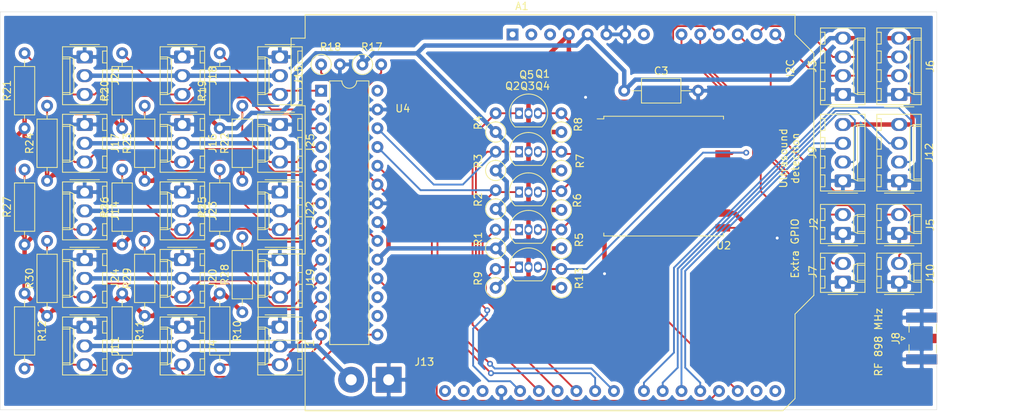
<source format=kicad_pcb>
(kicad_pcb (version 20171130) (host pcbnew 5.1.5+dfsg1-2build2)
  (layers (0 F.Cu signal) (31 B.Cu signal) (34 B.Paste user) (35 F.Paste user) (36 B.SilkS user) (37 F.SilkS user) (38 B.Mask user) (39 F.Mask user) (44 Edge.Cuts user))
  (net 0 "")
  (net 1 "Net-(A1-Pad1)")
  (net 2 3V3)
  (net 3 "Net-(A1-Pad2)")
  (net 4 "Net-(A1-Pad3)")
  (net 5 GPIO1)
  (net 6 GND)
  (net 7 GPIO2)
  (net 8 RF_INT)
  (net 9 GPIO3)
  (net 10 PWM_GSCLK)
  (net 11 GPIO4)
  (net 12 Detection_F1)
  (net 13 I2C_SDA)
  (net 14 Detection_F2)
  (net 15 I2C_SCL)
  (net 16 Detection_R1)
  (net 17 Detection_R2)
  (net 18 PWM_XLAT)
  (net 19 5V_logic)
  (net 20 PWM_BLANK)
  (net 21 RF_NSS)
  (net 22 SPI_MOSI)
  (net 23 SPI_MISO)
  (net 24 SPI_SCLK)
  (net 25 5V_servo)
  (net 26 SERVO_CTRL_1)
  (net 27 SERVO_CTRL_5)
  (net 28 SERVO_CTRL_6)
  (net 29 SERVO_CTRL_2)
  (net 30 SERVO_CTRL_3)
  (net 31 SERVO_CTRL_7)
  (net 32 SERVO_CTRL_8)
  (net 33 SERVO_CTRL_4)
  (net 34 "Net-(Q1-Pad3)")
  (net 35 "Net-(Q2-Pad3)")
  (net 36 "Net-(Q3-Pad3)")
  (net 37 "Net-(Q4-Pad3)")
  (net 38 "Net-(Q5-Pad3)")
  (net 39 "Net-(R18-Pad1)")
  (net 40 "Net-(U4-Pad16)")
  (net 41 "Net-(J8-Pad1)")
  (net 42 SERVO_CTRL_9)
  (net 43 SERVO_CTRL_A)
  (net 44 SERVO_CTRL_B)
  (net 45 SERVO_CTRL_C)
  (net 46 "Net-(U2-Pad6)")
  (net 47 "Net-(U2-Pad7)")
  (net 48 "Net-(U2-Pad11)")
  (net 49 "Net-(U2-Pad12)")
  (net 50 "Net-(U2-Pad15)")
  (net 51 "Net-(U2-Pad16)")
  (net 52 "Net-(U4-Pad17)")
  (net 53 "Net-(U4-Pad28)")
  (net 54 "Net-(A1-Pad16)")
  (net 55 "Net-(A1-Pad15)")
  (net 56 "Net-(A1-Pad30)")
  (net 57 "Net-(A1-Pad8)")
  (net 58 "Net-(A1-Pad31)")
  (net 59 "Net-(A1-Pad32)")
  (net 60 SERVO_CTRL_D)
  (net 61 SERVO_CTRL_E)
  (net 62 SERVO_CTRL_F)
  (module Module:Arduino_UNO_R3 (layer F.Cu) (at 62.992 53.848)
    (fp_text reference A1 (at 1.27 -3.81 180) (layer F.SilkS))
    (fp_text value Arduino_UNO_R3)
    (pad 16 thru_hole oval (at 33.02 48.26 90) (size 1.6 1.6) (drill 0.8) (layers *.Cu *.Mask) (net 54 "Net-(A1-Pad16)"))
    (pad 15 thru_hole oval (at 35.56 48.26 90) (size 1.6 1.6) (drill 0.8) (layers *.Cu *.Mask) (net 55 "Net-(A1-Pad15)"))
    (pad 30 thru_hole oval (at -4.06 48.26 90) (size 1.6 1.6) (drill 0.8) (layers *.Cu *.Mask) (net 56 "Net-(A1-Pad30)"))
    (pad 14 thru_hole oval (at 35.56 0 90) (size 1.6 1.6) (drill 0.8) (layers *.Cu *.Mask) (net 15 I2C_SCL))
    (pad 29 thru_hole oval (at -1.52 48.26 90) (size 1.6 1.6) (drill 0.8) (layers *.Cu *.Mask) (net 6 GND))
    (pad 13 thru_hole oval (at 33.02 0 90) (size 1.6 1.6) (drill 0.8) (layers *.Cu *.Mask) (net 13 I2C_SDA))
    (pad 28 thru_hole oval (at 1.02 48.26 90) (size 1.6 1.6) (drill 0.8) (layers *.Cu *.Mask) (net 24 SPI_SCLK))
    (pad 12 thru_hole oval (at 30.48 0 90) (size 1.6 1.6) (drill 0.8) (layers *.Cu *.Mask) (net 11 GPIO4))
    (pad 27 thru_hole oval (at 3.56 48.26 90) (size 1.6 1.6) (drill 0.8) (layers *.Cu *.Mask) (net 23 SPI_MISO))
    (pad 11 thru_hole oval (at 27.94 0 90) (size 1.6 1.6) (drill 0.8) (layers *.Cu *.Mask) (net 9 GPIO3))
    (pad 26 thru_hole oval (at 6.1 48.26 90) (size 1.6 1.6) (drill 0.8) (layers *.Cu *.Mask) (net 22 SPI_MOSI))
    (pad 10 thru_hole oval (at 25.4 0 90) (size 1.6 1.6) (drill 0.8) (layers *.Cu *.Mask) (net 7 GPIO2))
    (pad 25 thru_hole oval (at 8.64 48.26 90) (size 1.6 1.6) (drill 0.8) (layers *.Cu *.Mask) (net 21 RF_NSS))
    (pad 9 thru_hole oval (at 22.86 0 90) (size 1.6 1.6) (drill 0.8) (layers *.Cu *.Mask) (net 5 GPIO1))
    (pad 24 thru_hole oval (at 11.18 48.26 90) (size 1.6 1.6) (drill 0.8) (layers *.Cu *.Mask) (net 20 PWM_BLANK))
    (pad 8 thru_hole oval (at 17.78 0 90) (size 1.6 1.6) (drill 0.8) (layers *.Cu *.Mask) (net 57 "Net-(A1-Pad8)"))
    (pad 23 thru_hole oval (at 13.72 48.26 90) (size 1.6 1.6) (drill 0.8) (layers *.Cu *.Mask) (net 18 PWM_XLAT))
    (pad 7 thru_hole oval (at 15.24 0 90) (size 1.6 1.6) (drill 0.8) (layers *.Cu *.Mask) (net 6 GND))
    (pad 22 thru_hole oval (at 17.78 48.26 90) (size 1.6 1.6) (drill 0.8) (layers *.Cu *.Mask) (net 17 Detection_R2))
    (pad 6 thru_hole oval (at 12.7 0 90) (size 1.6 1.6) (drill 0.8) (layers *.Cu *.Mask) (net 6 GND))
    (pad 21 thru_hole oval (at 20.32 48.26 90) (size 1.6 1.6) (drill 0.8) (layers *.Cu *.Mask) (net 16 Detection_R1))
    (pad 5 thru_hole oval (at 10.16 0 90) (size 1.6 1.6) (drill 0.8) (layers *.Cu *.Mask) (net 19 5V_logic))
    (pad 20 thru_hole oval (at 22.86 48.26 90) (size 1.6 1.6) (drill 0.8) (layers *.Cu *.Mask) (net 14 Detection_F2))
    (pad 4 thru_hole oval (at 7.62 0 90) (size 1.6 1.6) (drill 0.8) (layers *.Cu *.Mask) (net 2 3V3))
    (pad 19 thru_hole oval (at 25.4 48.26 90) (size 1.6 1.6) (drill 0.8) (layers *.Cu *.Mask) (net 12 Detection_F1))
    (pad 3 thru_hole oval (at 5.08 0 90) (size 1.6 1.6) (drill 0.8) (layers *.Cu *.Mask) (net 4 "Net-(A1-Pad3)"))
    (pad 18 thru_hole oval (at 27.94 48.26 90) (size 1.6 1.6) (drill 0.8) (layers *.Cu *.Mask) (net 10 PWM_GSCLK))
    (pad 2 thru_hole oval (at 2.54 0 90) (size 1.6 1.6) (drill 0.8) (layers *.Cu *.Mask) (net 3 "Net-(A1-Pad2)"))
    (pad 17 thru_hole oval (at 30.48 48.26 90) (size 1.6 1.6) (drill 0.8) (layers *.Cu *.Mask) (net 8 RF_INT))
    (pad 1 thru_hole rect (at 0 0 90) (size 1.6 1.6) (drill 0.8) (layers *.Cu *.Mask) (net 1 "Net-(A1-Pad1)"))
    (pad 31 thru_hole oval (at -6.6 48.26 90) (size 1.6 1.6) (drill 0.8) (layers *.Cu *.Mask) (net 58 "Net-(A1-Pad31)"))
    (pad 32 thru_hole oval (at -9.14 48.26 90) (size 1.6 1.6) (drill 0.8) (layers *.Cu *.Mask) (net 59 "Net-(A1-Pad32)"))
  )
  (module Resistor_THT:R_Axial_DIN0207_L6.3mm_D2.5mm_P2.54mm_Vertical (layer F.Cu) (at 60.706 72.263 90)
    (fp_text reference R3 (at 1.27 -2.37 90) (layer F.SilkS))
    (fp_text value 10k)
    (pad 2 thru_hole oval (at 2.54 0 90) (size 1.6 1.6) (drill 0.8) (layers *.Cu *.Mask) (net 22 SPI_MOSI))
    (pad 1 thru_hole circle (at 0 0 90) (size 1.6 1.6) (drill 0.8) (layers *.Cu *.Mask) (net 19 5V_logic))
  )
  (module Resistor_THT:R_Axial_DIN0207_L6.3mm_D2.5mm_P2.54mm_Vertical (layer F.Cu) (at 60.706 67.056 90)
    (fp_text reference R4 (at 1.27 -2.37 90) (layer F.SilkS))
    (fp_text value 10k)
    (pad 2 thru_hole oval (at 2.54 0 90) (size 1.6 1.6) (drill 0.8) (layers *.Cu *.Mask) (net 23 SPI_MISO))
    (pad 1 thru_hole circle (at 0 0 90) (size 1.6 1.6) (drill 0.8) (layers *.Cu *.Mask) (net 19 5V_logic))
  )
  (module Resistor_THT:R_Axial_DIN0207_L6.3mm_D2.5mm_P2.54mm_Vertical (layer F.Cu) (at 42.672 57.912)
    (fp_text reference R17 (at 1.27 -2.37) (layer F.SilkS))
    (fp_text value 10k)
    (pad 1 thru_hole circle (at 0 0) (size 1.6 1.6) (drill 0.8) (layers *.Cu *.Mask) (net 19 5V_logic))
    (pad 2 thru_hole oval (at 2.54 0) (size 1.6 1.6) (drill 0.8) (layers *.Cu *.Mask) (net 20 PWM_BLANK))
  )
  (module Capacitor_THT:C_Axial_L5.1mm_D3.1mm_P10.00mm_Horizontal (layer F.Cu) (at 78.105 61.468)
    (fp_text reference C3 (at 5 -2.67) (layer F.SilkS))
    (fp_text value 100n)
    (pad 1 thru_hole circle (at 0 0) (size 1.6 1.6) (drill 0.8) (layers *.Cu *.Mask) (net 19 5V_logic))
    (pad 2 thru_hole oval (at 10 0) (size 1.6 1.6) (drill 0.8) (layers *.Cu *.Mask) (net 6 GND))
  )
  (module Connector_Molex:Molex_KK-254_AE-6410-02A_1x02_P2.54mm_Vertical (layer F.Cu) (at 107.696 80.772 90)
    (fp_text reference J2 (at 1.27 -3.937 90) (layer F.SilkS))
    (fp_text value "GPIO 1")
    (pad 2 thru_hole oval (at 2.54 0 90) (size 1.74 2.2) (drill 1.2) (layers *.Cu *.Mask) (net 5 GPIO1))
    (pad 1 thru_hole roundrect (at 0 0 90) (size 1.74 2.2) (drill 1.2) (layers *.Cu *.Mask) (roundrect_rratio 0.143678) (net 6 GND))
  )
  (module Connector_Molex:Molex_KK-254_AE-6410-04A_1x04_P2.54mm_Vertical (layer F.Cu) (at 107.696 61.976 90)
    (fp_text reference J3 (at 3.81 -4.12 90) (layer F.SilkS))
    (fp_text value I2C)
    (pad 4 thru_hole oval (at 7.62 0 90) (size 1.74 2.2) (drill 1.2) (layers *.Cu *.Mask) (net 19 5V_logic))
    (pad 3 thru_hole oval (at 5.08 0 90) (size 1.74 2.2) (drill 1.2) (layers *.Cu *.Mask) (net 13 I2C_SDA))
    (pad 2 thru_hole oval (at 2.54 0 90) (size 1.74 2.2) (drill 1.2) (layers *.Cu *.Mask) (net 15 I2C_SCL))
    (pad 1 thru_hole roundrect (at 0 0 90) (size 1.74 2.2) (drill 1.2) (layers *.Cu *.Mask) (roundrect_rratio 0.143678) (net 6 GND))
  )
  (module Connector_Molex:Molex_KK-254_AE-6410-02A_1x02_P2.54mm_Vertical (layer F.Cu) (at 115.316 80.772 90)
    (fp_text reference J5 (at 1.143 4.191 90) (layer F.SilkS))
    (fp_text value "GPIO 2")
    (pad 1 thru_hole roundrect (at 0 0 90) (size 1.74 2.2) (drill 1.2) (layers *.Cu *.Mask) (roundrect_rratio 0.143678) (net 6 GND))
    (pad 2 thru_hole oval (at 2.54 0 90) (size 1.74 2.2) (drill 1.2) (layers *.Cu *.Mask) (net 7 GPIO2))
  )
  (module Connector_Molex:Molex_KK-254_AE-6410-04A_1x04_P2.54mm_Vertical (layer F.Cu) (at 115.316 61.976 90)
    (fp_text reference J6 (at 3.81 4.191 90) (layer F.SilkS))
    (fp_text value I2C)
    (pad 1 thru_hole roundrect (at 0 0 90) (size 1.74 2.2) (drill 1.2) (layers *.Cu *.Mask) (roundrect_rratio 0.143678) (net 6 GND))
    (pad 2 thru_hole oval (at 2.54 0 90) (size 1.74 2.2) (drill 1.2) (layers *.Cu *.Mask) (net 15 I2C_SCL))
    (pad 3 thru_hole oval (at 5.08 0 90) (size 1.74 2.2) (drill 1.2) (layers *.Cu *.Mask) (net 13 I2C_SDA))
    (pad 4 thru_hole oval (at 7.62 0 90) (size 1.74 2.2) (drill 1.2) (layers *.Cu *.Mask) (net 19 5V_logic))
  )
  (module Connector_Molex:Molex_KK-254_AE-6410-02A_1x02_P2.54mm_Vertical (layer F.Cu) (at 107.696 87.376 90)
    (fp_text reference J7 (at 1.397 -4.064 90) (layer F.SilkS))
    (fp_text value "GPIO 3")
    (pad 2 thru_hole oval (at 2.54 0 90) (size 1.74 2.2) (drill 1.2) (layers *.Cu *.Mask) (net 9 GPIO3))
    (pad 1 thru_hole roundrect (at 0 0 90) (size 1.74 2.2) (drill 1.2) (layers *.Cu *.Mask) (roundrect_rratio 0.143678) (net 6 GND))
  )
  (module Connector_Coaxial:SMA_Samtec_SMA-J-P-X-ST-EM1_EdgeMount (layer F.Cu) (at 118.364 94.996 90)
    (fp_text reference J8 (at 0 -3.5 90) (layer F.SilkS))
    (fp_text value "RF in")
    (pad 2 smd rect (at -2.825 0 90) (size 1.35 4.2) (layers B.Cu B.Paste B.Mask) (net 6 GND))
    (pad 2 smd rect (at 2.825 0 90) (size 1.35 4.2) (layers B.Cu B.Paste B.Mask) (net 6 GND))
    (pad 2 smd rect (at -2.825 0 90) (size 1.35 4.2) (layers F.Cu F.Paste F.Mask) (net 6 GND))
    (pad 2 smd rect (at 2.825 0 90) (size 1.35 4.2) (layers F.Cu F.Paste F.Mask) (net 6 GND))
    (pad 1 smd rect (at 0 0.2 90) (size 1.27 3.6) (layers F.Cu F.Paste F.Mask) (net 41 "Net-(J8-Pad1)"))
  )
  (module Connector_Molex:Molex_KK-254_AE-6410-04A_1x04_P2.54mm_Vertical (layer F.Cu) (at 107.696 73.66 90)
    (fp_text reference J9 (at 3.81 -4.12 90) (layer F.SilkS))
    (fp_text value "Front detection")
    (pad 1 thru_hole roundrect (at 0 0 90) (size 1.74 2.2) (drill 1.2) (layers *.Cu *.Mask) (roundrect_rratio 0.143678) (net 6 GND))
    (pad 2 thru_hole oval (at 2.54 0 90) (size 1.74 2.2) (drill 1.2) (layers *.Cu *.Mask) (net 14 Detection_F2))
    (pad 3 thru_hole oval (at 5.08 0 90) (size 1.74 2.2) (drill 1.2) (layers *.Cu *.Mask) (net 12 Detection_F1))
    (pad 4 thru_hole oval (at 7.62 0 90) (size 1.74 2.2) (drill 1.2) (layers *.Cu *.Mask) (net 19 5V_logic))
  )
  (module Connector_Molex:Molex_KK-254_AE-6410-02A_1x02_P2.54mm_Vertical (layer F.Cu) (at 115.316 87.376 90)
    (fp_text reference J10 (at 1.143 4.191 90) (layer F.SilkS))
    (fp_text value "GPIO 4")
    (pad 1 thru_hole roundrect (at 0 0 90) (size 1.74 2.2) (drill 1.2) (layers *.Cu *.Mask) (roundrect_rratio 0.143678) (net 6 GND))
    (pad 2 thru_hole oval (at 2.54 0 90) (size 1.74 2.2) (drill 1.2) (layers *.Cu *.Mask) (net 11 GPIO4))
  )
  (module Connector_Molex:Molex_KK-254_AE-6410-04A_1x04_P2.54mm_Vertical (layer F.Cu) (at 115.316 73.66 90)
    (fp_text reference J12 (at 3.81 4.064 90) (layer F.SilkS))
    (fp_text value "Rear detection")
    (pad 4 thru_hole oval (at 7.62 0 90) (size 1.74 2.2) (drill 1.2) (layers *.Cu *.Mask) (net 19 5V_logic))
    (pad 3 thru_hole oval (at 5.08 0 90) (size 1.74 2.2) (drill 1.2) (layers *.Cu *.Mask) (net 16 Detection_R1))
    (pad 2 thru_hole oval (at 2.54 0 90) (size 1.74 2.2) (drill 1.2) (layers *.Cu *.Mask) (net 17 Detection_R2))
    (pad 1 thru_hole roundrect (at 0 0 90) (size 1.74 2.2) (drill 1.2) (layers *.Cu *.Mask) (roundrect_rratio 0.143678) (net 6 GND))
  )
  (module Connector_Molex:Molex_KK-254_AE-6410-03A_1x03_P2.54mm_Vertical (layer F.Cu) (at 5.08 75.184 270)
    (fp_text reference J14 (at 2.54 -4.12 90) (layer F.SilkS))
    (fp_text value "Servo 9")
    (pad 1 thru_hole roundrect (at 0 0 270) (size 1.74 2.2) (drill 1.2) (layers *.Cu *.Mask) (roundrect_rratio 0.143678) (net 6 GND))
    (pad 2 thru_hole oval (at 2.54 0 270) (size 1.74 2.2) (drill 1.2) (layers *.Cu *.Mask) (net 25 5V_servo))
    (pad 3 thru_hole oval (at 5.08 0 270) (size 1.74 2.2) (drill 1.2) (layers *.Cu *.Mask) (net 42 SERVO_CTRL_9))
  )
  (module Connector_Molex:Molex_KK-254_AE-6410-03A_1x03_P2.54mm_Vertical (layer F.Cu) (at 31.496 56.896 270)
    (fp_text reference J15 (at 2.413 -2.54 90) (layer F.SilkS))
    (fp_text value "Servo 1")
    (pad 3 thru_hole oval (at 5.08 0 270) (size 1.74 2.2) (drill 1.2) (layers *.Cu *.Mask) (net 26 SERVO_CTRL_1))
    (pad 2 thru_hole oval (at 2.54 0 270) (size 1.74 2.2) (drill 1.2) (layers *.Cu *.Mask) (net 25 5V_servo))
    (pad 1 thru_hole roundrect (at 0 0 270) (size 1.74 2.2) (drill 1.2) (layers *.Cu *.Mask) (roundrect_rratio 0.143678) (net 6 GND))
  )
  (module Connector_Molex:Molex_KK-254_AE-6410-03A_1x03_P2.54mm_Vertical (layer F.Cu) (at 18.288 66.04 270)
    (fp_text reference J16 (at 2.54 -4.12 90) (layer F.SilkS))
    (fp_text value "Servo 5")
    (pad 1 thru_hole roundrect (at 0 0 270) (size 1.74 2.2) (drill 1.2) (layers *.Cu *.Mask) (roundrect_rratio 0.143678) (net 6 GND))
    (pad 2 thru_hole oval (at 2.54 0 270) (size 1.74 2.2) (drill 1.2) (layers *.Cu *.Mask) (net 25 5V_servo))
    (pad 3 thru_hole oval (at 5.08 0 270) (size 1.74 2.2) (drill 1.2) (layers *.Cu *.Mask) (net 27 SERVO_CTRL_5))
  )
  (module Connector_Molex:Molex_KK-254_AE-6410-03A_1x03_P2.54mm_Vertical (layer F.Cu) (at 5.08 66.04 270)
    (fp_text reference J17 (at 2.54 -4.12 90) (layer F.SilkS))
    (fp_text value "Servo 6")
    (pad 1 thru_hole roundrect (at 0 0 270) (size 1.74 2.2) (drill 1.2) (layers *.Cu *.Mask) (roundrect_rratio 0.143678) (net 6 GND))
    (pad 2 thru_hole oval (at 2.54 0 270) (size 1.74 2.2) (drill 1.2) (layers *.Cu *.Mask) (net 25 5V_servo))
    (pad 3 thru_hole oval (at 5.08 0 270) (size 1.74 2.2) (drill 1.2) (layers *.Cu *.Mask) (net 28 SERVO_CTRL_6))
  )
  (module Connector_Molex:Molex_KK-254_AE-6410-03A_1x03_P2.54mm_Vertical (layer F.Cu) (at 18.288 56.896 270)
    (fp_text reference J18 (at 2.54 -4.12 90) (layer F.SilkS))
    (fp_text value "Servo 2")
    (pad 3 thru_hole oval (at 5.08 0 270) (size 1.74 2.2) (drill 1.2) (layers *.Cu *.Mask) (net 29 SERVO_CTRL_2))
    (pad 2 thru_hole oval (at 2.54 0 270) (size 1.74 2.2) (drill 1.2) (layers *.Cu *.Mask) (net 25 5V_servo))
    (pad 1 thru_hole roundrect (at 0 0 270) (size 1.74 2.2) (drill 1.2) (layers *.Cu *.Mask) (roundrect_rratio 0.143678) (net 6 GND))
  )
  (module Connector_Molex:Molex_KK-254_AE-6410-03A_1x03_P2.54mm_Vertical (layer F.Cu) (at 31.496 84.328 270)
    (fp_text reference J19 (at 2.54 -4.12 90) (layer F.SilkS))
    (fp_text value "Servo 10")
    (pad 3 thru_hole oval (at 5.08 0 270) (size 1.74 2.2) (drill 1.2) (layers *.Cu *.Mask) (net 43 SERVO_CTRL_A))
    (pad 2 thru_hole oval (at 2.54 0 270) (size 1.74 2.2) (drill 1.2) (layers *.Cu *.Mask) (net 25 5V_servo))
    (pad 1 thru_hole roundrect (at 0 0 270) (size 1.74 2.2) (drill 1.2) (layers *.Cu *.Mask) (roundrect_rratio 0.143678) (net 6 GND))
  )
  (module Connector_Molex:Molex_KK-254_AE-6410-03A_1x03_P2.54mm_Vertical (layer F.Cu) (at 18.288 84.328 270)
    (fp_text reference J20 (at 2.54 -4.12 90) (layer F.SilkS))
    (fp_text value "Servo 11")
    (pad 1 thru_hole roundrect (at 0 0 270) (size 1.74 2.2) (drill 1.2) (layers *.Cu *.Mask) (roundrect_rratio 0.143678) (net 6 GND))
    (pad 2 thru_hole oval (at 2.54 0 270) (size 1.74 2.2) (drill 1.2) (layers *.Cu *.Mask) (net 25 5V_servo))
    (pad 3 thru_hole oval (at 5.08 0 270) (size 1.74 2.2) (drill 1.2) (layers *.Cu *.Mask) (net 44 SERVO_CTRL_B))
  )
  (module Connector_Molex:Molex_KK-254_AE-6410-03A_1x03_P2.54mm_Vertical (layer F.Cu) (at 5.08 56.896 270)
    (fp_text reference J21 (at 2.54 -4.12 90) (layer F.SilkS))
    (fp_text value "Servo 3")
    (pad 1 thru_hole roundrect (at 0 0 270) (size 1.74 2.2) (drill 1.2) (layers *.Cu *.Mask) (roundrect_rratio 0.143678) (net 6 GND))
    (pad 2 thru_hole oval (at 2.54 0 270) (size 1.74 2.2) (drill 1.2) (layers *.Cu *.Mask) (net 25 5V_servo))
    (pad 3 thru_hole oval (at 5.08 0 270) (size 1.74 2.2) (drill 1.2) (layers *.Cu *.Mask) (net 30 SERVO_CTRL_3))
  )
  (module Connector_Molex:Molex_KK-254_AE-6410-03A_1x03_P2.54mm_Vertical (layer F.Cu) (at 31.496 75.184 270)
    (fp_text reference J22 (at 2.54 -4.12 90) (layer F.SilkS))
    (fp_text value "Servo 7")
    (pad 3 thru_hole oval (at 5.08 0 270) (size 1.74 2.2) (drill 1.2) (layers *.Cu *.Mask) (net 31 SERVO_CTRL_7))
    (pad 2 thru_hole oval (at 2.54 0 270) (size 1.74 2.2) (drill 1.2) (layers *.Cu *.Mask) (net 25 5V_servo))
    (pad 1 thru_hole roundrect (at 0 0 270) (size 1.74 2.2) (drill 1.2) (layers *.Cu *.Mask) (roundrect_rratio 0.143678) (net 6 GND))
  )
  (module Connector_Molex:Molex_KK-254_AE-6410-03A_1x03_P2.54mm_Vertical (layer F.Cu) (at 18.288 75.184 270)
    (fp_text reference J23 (at 2.54 -4.12 90) (layer F.SilkS))
    (fp_text value "Servo 8")
    (pad 3 thru_hole oval (at 5.08 0 270) (size 1.74 2.2) (drill 1.2) (layers *.Cu *.Mask) (net 32 SERVO_CTRL_8))
    (pad 2 thru_hole oval (at 2.54 0 270) (size 1.74 2.2) (drill 1.2) (layers *.Cu *.Mask) (net 25 5V_servo))
    (pad 1 thru_hole roundrect (at 0 0 270) (size 1.74 2.2) (drill 1.2) (layers *.Cu *.Mask) (roundrect_rratio 0.143678) (net 6 GND))
  )
  (module Connector_Molex:Molex_KK-254_AE-6410-03A_1x03_P2.54mm_Vertical (layer F.Cu) (at 5.08 84.328 270)
    (fp_text reference J24 (at 2.54 -4.12 90) (layer F.SilkS))
    (fp_text value "Servo 12")
    (pad 3 thru_hole oval (at 5.08 0 270) (size 1.74 2.2) (drill 1.2) (layers *.Cu *.Mask) (net 45 SERVO_CTRL_C))
    (pad 2 thru_hole oval (at 2.54 0 270) (size 1.74 2.2) (drill 1.2) (layers *.Cu *.Mask) (net 25 5V_servo))
    (pad 1 thru_hole roundrect (at 0 0 270) (size 1.74 2.2) (drill 1.2) (layers *.Cu *.Mask) (roundrect_rratio 0.143678) (net 6 GND))
  )
  (module Connector_Molex:Molex_KK-254_AE-6410-03A_1x03_P2.54mm_Vertical (layer F.Cu) (at 31.496 66.04 270)
    (fp_text reference J25 (at 2.54 -4.12 90) (layer F.SilkS))
    (fp_text value "Servo 4")
    (pad 1 thru_hole roundrect (at 0 0 270) (size 1.74 2.2) (drill 1.2) (layers *.Cu *.Mask) (roundrect_rratio 0.143678) (net 6 GND))
    (pad 2 thru_hole oval (at 2.54 0 270) (size 1.74 2.2) (drill 1.2) (layers *.Cu *.Mask) (net 25 5V_servo))
    (pad 3 thru_hole oval (at 5.08 0 270) (size 1.74 2.2) (drill 1.2) (layers *.Cu *.Mask) (net 33 SERVO_CTRL_4))
  )
  (module Package_TO_SOT_THT:TO-92_Inline (layer F.Cu) (at 63.881 80.264)
    (fp_text reference Q1 (at 3.175 -21.082) (layer F.SilkS))
    (fp_text value 2N7000)
    (pad 1 thru_hole rect (at 0 0) (size 1.05 1.5) (drill 0.75) (layers *.Cu *.Mask) (net 21 RF_NSS))
    (pad 3 thru_hole oval (at 2.54 0) (size 1.05 1.5) (drill 0.75) (layers *.Cu *.Mask) (net 34 "Net-(Q1-Pad3)"))
    (pad 2 thru_hole oval (at 1.27 0) (size 1.05 1.5) (drill 0.75) (layers *.Cu *.Mask) (net 2 3V3))
  )
  (module Package_TO_SOT_THT:TO-92_Inline (layer F.Cu) (at 63.881 75.184)
    (fp_text reference Q2 (at -0.889 -14.351) (layer F.SilkS))
    (fp_text value 2N7000)
    (pad 2 thru_hole oval (at 1.27 0) (size 1.05 1.5) (drill 0.75) (layers *.Cu *.Mask) (net 2 3V3))
    (pad 3 thru_hole oval (at 2.54 0) (size 1.05 1.5) (drill 0.75) (layers *.Cu *.Mask) (net 35 "Net-(Q2-Pad3)"))
    (pad 1 thru_hole rect (at 0 0) (size 1.05 1.5) (drill 0.75) (layers *.Cu *.Mask) (net 24 SPI_SCLK))
  )
  (module Package_TO_SOT_THT:TO-92_Inline (layer F.Cu) (at 63.881 69.723)
    (fp_text reference Q3 (at 1.143 -8.89) (layer F.SilkS))
    (fp_text value 2N7000)
    (pad 1 thru_hole rect (at 0 0) (size 1.05 1.5) (drill 0.75) (layers *.Cu *.Mask) (net 22 SPI_MOSI))
    (pad 3 thru_hole oval (at 2.54 0) (size 1.05 1.5) (drill 0.75) (layers *.Cu *.Mask) (net 36 "Net-(Q3-Pad3)"))
    (pad 2 thru_hole oval (at 1.27 0) (size 1.05 1.5) (drill 0.75) (layers *.Cu *.Mask) (net 2 3V3))
  )
  (module Package_TO_SOT_THT:TO-92_Inline (layer F.Cu) (at 63.881 64.516)
    (fp_text reference Q4 (at 3.175 -3.683) (layer F.SilkS))
    (fp_text value 2N7000)
    (pad 2 thru_hole oval (at 1.27 0) (size 1.05 1.5) (drill 0.75) (layers *.Cu *.Mask) (net 2 3V3))
    (pad 3 thru_hole oval (at 2.54 0) (size 1.05 1.5) (drill 0.75) (layers *.Cu *.Mask) (net 37 "Net-(Q4-Pad3)"))
    (pad 1 thru_hole rect (at 0 0) (size 1.05 1.5) (drill 0.75) (layers *.Cu *.Mask) (net 23 SPI_MISO))
  )
  (module Package_TO_SOT_THT:TO-92_Inline (layer F.Cu) (at 63.881 85.344)
    (fp_text reference Q5 (at 1.016 -26.035) (layer F.SilkS))
    (fp_text value 2N7000)
    (pad 2 thru_hole oval (at 1.27 0) (size 1.05 1.5) (drill 0.75) (layers *.Cu *.Mask) (net 2 3V3))
    (pad 3 thru_hole oval (at 2.54 0) (size 1.05 1.5) (drill 0.75) (layers *.Cu *.Mask) (net 38 "Net-(Q5-Pad3)"))
    (pad 1 thru_hole rect (at 0 0) (size 1.05 1.5) (drill 0.75) (layers *.Cu *.Mask) (net 8 RF_INT))
  )
  (module RF_Module:HOPERF_RFM9XW_SMD (layer F.Cu) (at 83.439 73.025)
    (fp_text reference U2 (at 8.128 9.398) (layer F.SilkS))
    (fp_text value RFM69HCW)
    (pad 1 smd rect (at -8 -7) (size 2 1) (layers F.Cu F.Paste F.Mask) (net 6 GND))
    (pad 2 smd rect (at -8 -5) (size 2 1) (layers F.Cu F.Paste F.Mask) (net 37 "Net-(Q4-Pad3)"))
    (pad 3 smd rect (at -8 -3) (size 2 1) (layers F.Cu F.Paste F.Mask) (net 36 "Net-(Q3-Pad3)"))
    (pad 4 smd rect (at -8 -1) (size 2 1) (layers F.Cu F.Paste F.Mask) (net 35 "Net-(Q2-Pad3)"))
    (pad 5 smd rect (at -8 1) (size 2 1) (layers F.Cu F.Paste F.Mask) (net 34 "Net-(Q1-Pad3)"))
    (pad 6 smd rect (at -8 3) (size 2 1) (layers F.Cu F.Paste F.Mask) (net 46 "Net-(U2-Pad6)"))
    (pad 7 smd rect (at -8 5) (size 2 1) (layers F.Cu F.Paste F.Mask) (net 47 "Net-(U2-Pad7)"))
    (pad 8 smd rect (at -8 7) (size 2 1) (layers F.Cu F.Paste F.Mask) (net 6 GND))
    (pad 9 smd rect (at 8 7) (size 2 1) (layers F.Cu F.Paste F.Mask) (net 41 "Net-(J8-Pad1)"))
    (pad 10 smd rect (at 8 5) (size 2 1) (layers F.Cu F.Paste F.Mask) (net 6 GND))
    (pad 11 smd rect (at 8 3) (size 2 1) (layers F.Cu F.Paste F.Mask) (net 48 "Net-(U2-Pad11)"))
    (pad 12 smd rect (at 8 1) (size 2 1) (layers F.Cu F.Paste F.Mask) (net 49 "Net-(U2-Pad12)"))
    (pad 13 smd rect (at 8 -1) (size 2 1) (layers F.Cu F.Paste F.Mask) (net 2 3V3))
    (pad 14 smd rect (at 8 -3) (size 2 1) (layers F.Cu F.Paste F.Mask) (net 38 "Net-(Q5-Pad3)"))
    (pad 15 smd rect (at 8 -5) (size 2 1) (layers F.Cu F.Paste F.Mask) (net 50 "Net-(U2-Pad15)"))
    (pad 16 smd rect (at 8 -7) (size 2 1) (layers F.Cu F.Paste F.Mask) (net 51 "Net-(U2-Pad16)"))
  )
  (module Package_DIP:DIP-28_W7.62mm (layer F.Cu) (at 37.084 61.468)
    (fp_text reference U4 (at 11.049 2.413) (layer F.SilkS))
    (fp_text value TLC5940NT)
    (pad 1 thru_hole rect (at 0 0) (size 1.6 1.6) (drill 0.8) (layers *.Cu *.Mask) (net 26 SERVO_CTRL_1))
    (pad 15 thru_hole oval (at 7.62 33.02) (size 1.6 1.6) (drill 0.8) (layers *.Cu *.Mask) (net 62 SERVO_CTRL_F))
    (pad 2 thru_hole oval (at 0 2.54) (size 1.6 1.6) (drill 0.8) (layers *.Cu *.Mask) (net 29 SERVO_CTRL_2))
    (pad 16 thru_hole oval (at 7.62 30.48) (size 1.6 1.6) (drill 0.8) (layers *.Cu *.Mask) (net 40 "Net-(U4-Pad16)"))
    (pad 3 thru_hole oval (at 0 5.08) (size 1.6 1.6) (drill 0.8) (layers *.Cu *.Mask) (net 30 SERVO_CTRL_3))
    (pad 17 thru_hole oval (at 7.62 27.94) (size 1.6 1.6) (drill 0.8) (layers *.Cu *.Mask) (net 52 "Net-(U4-Pad17)"))
    (pad 4 thru_hole oval (at 0 7.62) (size 1.6 1.6) (drill 0.8) (layers *.Cu *.Mask) (net 33 SERVO_CTRL_4))
    (pad 18 thru_hole oval (at 7.62 25.4) (size 1.6 1.6) (drill 0.8) (layers *.Cu *.Mask) (net 10 PWM_GSCLK))
    (pad 5 thru_hole oval (at 0 10.16) (size 1.6 1.6) (drill 0.8) (layers *.Cu *.Mask) (net 27 SERVO_CTRL_5))
    (pad 19 thru_hole oval (at 7.62 22.86) (size 1.6 1.6) (drill 0.8) (layers *.Cu *.Mask) (net 19 5V_logic))
    (pad 6 thru_hole oval (at 0 12.7) (size 1.6 1.6) (drill 0.8) (layers *.Cu *.Mask) (net 28 SERVO_CTRL_6))
    (pad 20 thru_hole oval (at 7.62 20.32) (size 1.6 1.6) (drill 0.8) (layers *.Cu *.Mask) (net 39 "Net-(R18-Pad1)"))
    (pad 7 thru_hole oval (at 0 15.24) (size 1.6 1.6) (drill 0.8) (layers *.Cu *.Mask) (net 31 SERVO_CTRL_7))
    (pad 21 thru_hole oval (at 7.62 17.78) (size 1.6 1.6) (drill 0.8) (layers *.Cu *.Mask) (net 19 5V_logic))
    (pad 8 thru_hole oval (at 0 17.78) (size 1.6 1.6) (drill 0.8) (layers *.Cu *.Mask) (net 32 SERVO_CTRL_8))
    (pad 22 thru_hole oval (at 7.62 15.24) (size 1.6 1.6) (drill 0.8) (layers *.Cu *.Mask) (net 6 GND))
    (pad 9 thru_hole oval (at 0 20.32) (size 1.6 1.6) (drill 0.8) (layers *.Cu *.Mask) (net 42 SERVO_CTRL_9))
    (pad 23 thru_hole oval (at 7.62 12.7) (size 1.6 1.6) (drill 0.8) (layers *.Cu *.Mask) (net 20 PWM_BLANK))
    (pad 10 thru_hole oval (at 0 22.86) (size 1.6 1.6) (drill 0.8) (layers *.Cu *.Mask) (net 43 SERVO_CTRL_A))
    (pad 24 thru_hole oval (at 7.62 10.16) (size 1.6 1.6) (drill 0.8) (layers *.Cu *.Mask) (net 18 PWM_XLAT))
    (pad 11 thru_hole oval (at 0 25.4) (size 1.6 1.6) (drill 0.8) (layers *.Cu *.Mask) (net 44 SERVO_CTRL_B))
    (pad 25 thru_hole oval (at 7.62 7.62) (size 1.6 1.6) (drill 0.8) (layers *.Cu *.Mask) (net 24 SPI_SCLK))
    (pad 12 thru_hole oval (at 0 27.94) (size 1.6 1.6) (drill 0.8) (layers *.Cu *.Mask) (net 45 SERVO_CTRL_C))
    (pad 26 thru_hole oval (at 7.62 5.08) (size 1.6 1.6) (drill 0.8) (layers *.Cu *.Mask) (net 22 SPI_MOSI))
    (pad 13 thru_hole oval (at 0 30.48) (size 1.6 1.6) (drill 0.8) (layers *.Cu *.Mask) (net 60 SERVO_CTRL_D))
    (pad 27 thru_hole oval (at 7.62 2.54) (size 1.6 1.6) (drill 0.8) (layers *.Cu *.Mask) (net 6 GND))
    (pad 14 thru_hole oval (at 0 33.02) (size 1.6 1.6) (drill 0.8) (layers *.Cu *.Mask) (net 61 SERVO_CTRL_E))
    (pad 28 thru_hole oval (at 7.62 0) (size 1.6 1.6) (drill 0.8) (layers *.Cu *.Mask) (net 53 "Net-(U4-Pad28)"))
  )
  (module Resistor_THT:R_Axial_DIN0207_L6.3mm_D2.5mm_P2.54mm_Vertical (layer F.Cu) (at 60.706 82.804 90)
    (fp_text reference R1 (at 1.27 -2.37 90) (layer F.SilkS))
    (fp_text value 10k)
    (pad 2 thru_hole oval (at 2.54 0 90) (size 1.6 1.6) (drill 0.8) (layers *.Cu *.Mask) (net 21 RF_NSS))
    (pad 1 thru_hole circle (at 0 0 90) (size 1.6 1.6) (drill 0.8) (layers *.Cu *.Mask) (net 19 5V_logic))
  )
  (module Resistor_THT:R_Axial_DIN0207_L6.3mm_D2.5mm_P2.54mm_Vertical (layer F.Cu) (at 60.706 77.47 90)
    (fp_text reference R2 (at 1.27 -2.37 90) (layer F.SilkS))
    (fp_text value 10k)
    (pad 2 thru_hole oval (at 2.54 0 90) (size 1.6 1.6) (drill 0.8) (layers *.Cu *.Mask) (net 24 SPI_SCLK))
    (pad 1 thru_hole circle (at 0 0 90) (size 1.6 1.6) (drill 0.8) (layers *.Cu *.Mask) (net 19 5V_logic))
  )
  (module Resistor_THT:R_Axial_DIN0207_L6.3mm_D2.5mm_P2.54mm_Vertical (layer F.Cu) (at 69.596 82.804 90)
    (fp_text reference R5 (at 1.143 2.413 90) (layer F.SilkS))
    (fp_text value 10k)
    (pad 1 thru_hole circle (at 0 0 90) (size 1.6 1.6) (drill 0.8) (layers *.Cu *.Mask) (net 2 3V3))
    (pad 2 thru_hole oval (at 2.54 0 90) (size 1.6 1.6) (drill 0.8) (layers *.Cu *.Mask) (net 34 "Net-(Q1-Pad3)"))
  )
  (module Resistor_THT:R_Axial_DIN0207_L6.3mm_D2.5mm_P2.54mm_Vertical (layer F.Cu) (at 69.596 77.597 90)
    (fp_text reference R6 (at 1.27 2.159 90) (layer F.SilkS))
    (fp_text value 10k)
    (pad 1 thru_hole circle (at 0 0 90) (size 1.6 1.6) (drill 0.8) (layers *.Cu *.Mask) (net 2 3V3))
    (pad 2 thru_hole oval (at 2.54 0 90) (size 1.6 1.6) (drill 0.8) (layers *.Cu *.Mask) (net 35 "Net-(Q2-Pad3)"))
  )
  (module Resistor_THT:R_Axial_DIN0207_L6.3mm_D2.5mm_P2.54mm_Vertical (layer F.Cu) (at 69.596 72.263 90)
    (fp_text reference R7 (at 1.27 2.54 90) (layer F.SilkS))
    (fp_text value 10k)
    (pad 1 thru_hole circle (at 0 0 90) (size 1.6 1.6) (drill 0.8) (layers *.Cu *.Mask) (net 2 3V3))
    (pad 2 thru_hole oval (at 2.54 0 90) (size 1.6 1.6) (drill 0.8) (layers *.Cu *.Mask) (net 36 "Net-(Q3-Pad3)"))
  )
  (module Resistor_THT:R_Axial_DIN0207_L6.3mm_D2.5mm_P2.54mm_Vertical (layer F.Cu) (at 69.596 67.056 90)
    (fp_text reference R8 (at 1.016 2.286 90) (layer F.SilkS))
    (fp_text value 10k)
    (pad 1 thru_hole circle (at 0 0 90) (size 1.6 1.6) (drill 0.8) (layers *.Cu *.Mask) (net 2 3V3))
    (pad 2 thru_hole oval (at 2.54 0 90) (size 1.6 1.6) (drill 0.8) (layers *.Cu *.Mask) (net 37 "Net-(Q4-Pad3)"))
  )
  (module Resistor_THT:R_Axial_DIN0207_L6.3mm_D2.5mm_P2.54mm_Vertical (layer F.Cu) (at 60.706 88.138 90)
    (fp_text reference R9 (at 1.27 -2.37 90) (layer F.SilkS))
    (fp_text value 10k)
    (pad 2 thru_hole oval (at 2.54 0 90) (size 1.6 1.6) (drill 0.8) (layers *.Cu *.Mask) (net 8 RF_INT))
    (pad 1 thru_hole circle (at 0 0 90) (size 1.6 1.6) (drill 0.8) (layers *.Cu *.Mask) (net 19 5V_logic))
  )
  (module Resistor_THT:R_Axial_DIN0207_L6.3mm_D2.5mm_P2.54mm_Vertical (layer F.Cu) (at 69.596 88.138 90)
    (fp_text reference R13 (at 1.27 2.413 90) (layer F.SilkS))
    (fp_text value 10k)
    (pad 1 thru_hole circle (at 0 0 90) (size 1.6 1.6) (drill 0.8) (layers *.Cu *.Mask) (net 2 3V3))
    (pad 2 thru_hole oval (at 2.54 0 90) (size 1.6 1.6) (drill 0.8) (layers *.Cu *.Mask) (net 38 "Net-(Q5-Pad3)"))
  )
  (module Resistor_THT:R_Axial_DIN0207_L6.3mm_D2.5mm_P2.54mm_Vertical (layer F.Cu) (at 37.084 57.912)
    (fp_text reference R18 (at 1.27 -2.37) (layer F.SilkS))
    (fp_text value 2k)
    (pad 2 thru_hole oval (at 2.54 0) (size 1.6 1.6) (drill 0.8) (layers *.Cu *.Mask) (net 6 GND))
    (pad 1 thru_hole circle (at 0 0) (size 1.6 1.6) (drill 0.8) (layers *.Cu *.Mask) (net 39 "Net-(R18-Pad1)"))
  )
  (module Resistor_THT:R_Axial_DIN0207_L6.3mm_D2.5mm_P10.16mm_Horizontal (layer F.Cu) (at 23.368 66.548 90)
    (fp_text reference R19 (at 5.08 -2.37 90) (layer F.SilkS))
    (fp_text value R)
    (pad 2 thru_hole oval (at 10.16 0 90) (size 1.6 1.6) (drill 0.8) (layers *.Cu *.Mask) (net 26 SERVO_CTRL_1))
    (pad 1 thru_hole circle (at 0 0 90) (size 1.6 1.6) (drill 0.8) (layers *.Cu *.Mask) (net 19 5V_logic))
  )
  (module Resistor_THT:R_Axial_DIN0207_L6.3mm_D2.5mm_P10.16mm_Horizontal (layer F.Cu) (at 10.16 66.548 90)
    (fp_text reference R20 (at 5.08 -2.37 90) (layer F.SilkS))
    (fp_text value R)
    (pad 1 thru_hole circle (at 0 0 90) (size 1.6 1.6) (drill 0.8) (layers *.Cu *.Mask) (net 19 5V_logic))
    (pad 2 thru_hole oval (at 10.16 0 90) (size 1.6 1.6) (drill 0.8) (layers *.Cu *.Mask) (net 29 SERVO_CTRL_2))
  )
  (module Resistor_THT:R_Axial_DIN0207_L6.3mm_D2.5mm_P10.16mm_Horizontal (layer F.Cu) (at -3.048 66.548 90)
    (fp_text reference R21 (at 5.08 -2.37 90) (layer F.SilkS))
    (fp_text value R)
    (pad 2 thru_hole oval (at 10.16 0 90) (size 1.6 1.6) (drill 0.8) (layers *.Cu *.Mask) (net 30 SERVO_CTRL_3))
    (pad 1 thru_hole circle (at 0 0 90) (size 1.6 1.6) (drill 0.8) (layers *.Cu *.Mask) (net 19 5V_logic))
  )
  (module Resistor_THT:R_Axial_DIN0207_L6.3mm_D2.5mm_P10.16mm_Horizontal (layer F.Cu) (at 26.416 73.66 90)
    (fp_text reference R22 (at 5.08 -2.37 90) (layer F.SilkS))
    (fp_text value R)
    (pad 1 thru_hole circle (at 0 0 90) (size 1.6 1.6) (drill 0.8) (layers *.Cu *.Mask) (net 19 5V_logic))
    (pad 2 thru_hole oval (at 10.16 0 90) (size 1.6 1.6) (drill 0.8) (layers *.Cu *.Mask) (net 33 SERVO_CTRL_4))
  )
  (module Resistor_THT:R_Axial_DIN0207_L6.3mm_D2.5mm_P10.16mm_Horizontal (layer F.Cu) (at 13.208 73.66 90)
    (fp_text reference R23 (at 5.08 -2.37 90) (layer F.SilkS))
    (fp_text value R)
    (pad 1 thru_hole circle (at 0 0 90) (size 1.6 1.6) (drill 0.8) (layers *.Cu *.Mask) (net 19 5V_logic))
    (pad 2 thru_hole oval (at 10.16 0 90) (size 1.6 1.6) (drill 0.8) (layers *.Cu *.Mask) (net 27 SERVO_CTRL_5))
  )
  (module Resistor_THT:R_Axial_DIN0207_L6.3mm_D2.5mm_P10.16mm_Horizontal (layer F.Cu) (at 0 73.66 90)
    (fp_text reference R24 (at 5.08 -2.37 90) (layer F.SilkS))
    (fp_text value R)
    (pad 2 thru_hole oval (at 10.16 0 90) (size 1.6 1.6) (drill 0.8) (layers *.Cu *.Mask) (net 28 SERVO_CTRL_6))
    (pad 1 thru_hole circle (at 0 0 90) (size 1.6 1.6) (drill 0.8) (layers *.Cu *.Mask) (net 19 5V_logic))
  )
  (module Resistor_THT:R_Axial_DIN0207_L6.3mm_D2.5mm_P10.16mm_Horizontal (layer F.Cu) (at 23.368 82.296 90)
    (fp_text reference R25 (at 5.08 -2.37 90) (layer F.SilkS))
    (fp_text value R)
    (pad 1 thru_hole circle (at 0 0 90) (size 1.6 1.6) (drill 0.8) (layers *.Cu *.Mask) (net 19 5V_logic))
    (pad 2 thru_hole oval (at 10.16 0 90) (size 1.6 1.6) (drill 0.8) (layers *.Cu *.Mask) (net 31 SERVO_CTRL_7))
  )
  (module Resistor_THT:R_Axial_DIN0207_L6.3mm_D2.5mm_P10.16mm_Horizontal (layer F.Cu) (at 10.16 82.296 90)
    (fp_text reference R26 (at 5.08 -2.37 90) (layer F.SilkS))
    (fp_text value R)
    (pad 2 thru_hole oval (at 10.16 0 90) (size 1.6 1.6) (drill 0.8) (layers *.Cu *.Mask) (net 32 SERVO_CTRL_8))
    (pad 1 thru_hole circle (at 0 0 90) (size 1.6 1.6) (drill 0.8) (layers *.Cu *.Mask) (net 19 5V_logic))
  )
  (module Resistor_THT:R_Axial_DIN0207_L6.3mm_D2.5mm_P10.16mm_Horizontal (layer F.Cu) (at -3.048 82.296 90)
    (fp_text reference R27 (at 5.08 -2.37 90) (layer F.SilkS))
    (fp_text value R)
    (pad 2 thru_hole oval (at 10.16 0 90) (size 1.6 1.6) (drill 0.8) (layers *.Cu *.Mask) (net 42 SERVO_CTRL_9))
    (pad 1 thru_hole circle (at 0 0 90) (size 1.6 1.6) (drill 0.8) (layers *.Cu *.Mask) (net 19 5V_logic))
  )
  (module Resistor_THT:R_Axial_DIN0207_L6.3mm_D2.5mm_P10.16mm_Horizontal (layer F.Cu) (at 26.416 91.44 90)
    (fp_text reference R28 (at 5.08 -2.37 90) (layer F.SilkS))
    (fp_text value R)
    (pad 1 thru_hole circle (at 0 0 90) (size 1.6 1.6) (drill 0.8) (layers *.Cu *.Mask) (net 19 5V_logic))
    (pad 2 thru_hole oval (at 10.16 0 90) (size 1.6 1.6) (drill 0.8) (layers *.Cu *.Mask) (net 43 SERVO_CTRL_A))
  )
  (module Resistor_THT:R_Axial_DIN0207_L6.3mm_D2.5mm_P10.16mm_Horizontal (layer F.Cu) (at 13.208 91.948 90)
    (fp_text reference R29 (at 5.08 -2.37 90) (layer F.SilkS))
    (fp_text value R)
    (pad 2 thru_hole oval (at 10.16 0 90) (size 1.6 1.6) (drill 0.8) (layers *.Cu *.Mask) (net 44 SERVO_CTRL_B))
    (pad 1 thru_hole circle (at 0 0 90) (size 1.6 1.6) (drill 0.8) (layers *.Cu *.Mask) (net 19 5V_logic))
  )
  (module Resistor_THT:R_Axial_DIN0207_L6.3mm_D2.5mm_P10.16mm_Horizontal (layer F.Cu) (at 0 91.948 90)
    (fp_text reference R30 (at 5.08 -2.37 90) (layer F.SilkS))
    (fp_text value R)
    (pad 1 thru_hole circle (at 0 0 90) (size 1.6 1.6) (drill 0.8) (layers *.Cu *.Mask) (net 19 5V_logic))
    (pad 2 thru_hole oval (at 10.16 0 90) (size 1.6 1.6) (drill 0.8) (layers *.Cu *.Mask) (net 45 SERVO_CTRL_C))
  )
  (module Connector_Molex:Molex_KK-254_AE-6410-03A_1x03_P2.54mm_Vertical (layer F.Cu) (at 31.496 93.472 270)
    (fp_text reference J1 (at 2.54 -4.12 90) (layer F.SilkS))
    (fp_text value "Servo 13")
    (pad 1 thru_hole roundrect (at 0 0 270) (size 1.74 2.2) (drill 1.2) (layers *.Cu *.Mask) (roundrect_rratio 0.143678) (net 6 GND))
    (pad 2 thru_hole oval (at 2.54 0 270) (size 1.74 2.2) (drill 1.2) (layers *.Cu *.Mask) (net 25 5V_servo))
    (pad 3 thru_hole oval (at 5.08 0 270) (size 1.74 2.2) (drill 1.2) (layers *.Cu *.Mask) (net 60 SERVO_CTRL_D))
  )
  (module Connector_Molex:Molex_KK-254_AE-6410-03A_1x03_P2.54mm_Vertical (layer F.Cu) (at 18.288 93.472 270)
    (fp_text reference J4 (at 2.54 -4.12 90) (layer F.SilkS))
    (fp_text value "Servo 14")
    (pad 3 thru_hole oval (at 5.08 0 270) (size 1.74 2.2) (drill 1.2) (layers *.Cu *.Mask) (net 61 SERVO_CTRL_E))
    (pad 2 thru_hole oval (at 2.54 0 270) (size 1.74 2.2) (drill 1.2) (layers *.Cu *.Mask) (net 25 5V_servo))
    (pad 1 thru_hole roundrect (at 0 0 270) (size 1.74 2.2) (drill 1.2) (layers *.Cu *.Mask) (roundrect_rratio 0.143678) (net 6 GND))
  )
  (module Connector_Molex:Molex_KK-254_AE-6410-03A_1x03_P2.54mm_Vertical (layer F.Cu) (at 5.08 93.472 270)
    (fp_text reference J11 (at 2.54 -4.12 90) (layer F.SilkS))
    (fp_text value "Servo 15")
    (pad 1 thru_hole roundrect (at 0 0 270) (size 1.74 2.2) (drill 1.2) (layers *.Cu *.Mask) (roundrect_rratio 0.143678) (net 6 GND))
    (pad 2 thru_hole oval (at 2.54 0 270) (size 1.74 2.2) (drill 1.2) (layers *.Cu *.Mask) (net 25 5V_servo))
    (pad 3 thru_hole oval (at 5.08 0 270) (size 1.74 2.2) (drill 1.2) (layers *.Cu *.Mask) (net 62 SERVO_CTRL_F))
  )
  (module Connector_Wire:SolderWirePad_1x02_P5.08mm_Drill1.5mm (layer F.Cu) (at 46.228 100.584 180)
    (fp_text reference J13 (at -4.826 2.413) (layer F.SilkS))
    (fp_text value "Servo power in")
    (pad 1 thru_hole rect (at 0 0 180) (size 3.50012 3.50012) (drill 1.50114) (layers *.Cu *.Mask) (net 6 GND))
    (pad 2 thru_hole circle (at 5.08 0 180) (size 3.50012 3.50012) (drill 1.50114) (layers *.Cu *.Mask) (net 25 5V_servo))
  )
  (module Resistor_THT:R_Axial_DIN0207_L6.3mm_D2.5mm_P10.16mm_Horizontal (layer F.Cu) (at 23.368 88.9 270)
    (fp_text reference R10 (at 5.08 -2.37 90) (layer F.SilkS))
    (fp_text value R)
    (pad 1 thru_hole circle (at 0 0 270) (size 1.6 1.6) (drill 0.8) (layers *.Cu *.Mask) (net 19 5V_logic))
    (pad 2 thru_hole oval (at 10.16 0 270) (size 1.6 1.6) (drill 0.8) (layers *.Cu *.Mask) (net 60 SERVO_CTRL_D))
  )
  (module Resistor_THT:R_Axial_DIN0207_L6.3mm_D2.5mm_P10.16mm_Horizontal (layer F.Cu) (at 10.16 88.9 270)
    (fp_text reference R11 (at 5.08 -2.37 90) (layer F.SilkS))
    (fp_text value R)
    (pad 2 thru_hole oval (at 10.16 0 270) (size 1.6 1.6) (drill 0.8) (layers *.Cu *.Mask) (net 61 SERVO_CTRL_E))
    (pad 1 thru_hole circle (at 0 0 270) (size 1.6 1.6) (drill 0.8) (layers *.Cu *.Mask) (net 19 5V_logic))
  )
  (module Resistor_THT:R_Axial_DIN0207_L6.3mm_D2.5mm_P10.16mm_Horizontal (layer F.Cu) (at -3.048 88.9 270)
    (fp_text reference R12 (at 5.08 -2.37 90) (layer F.SilkS))
    (fp_text value R)
    (pad 1 thru_hole circle (at 0 0 270) (size 1.6 1.6) (drill 0.8) (layers *.Cu *.Mask) (net 19 5V_logic))
    (pad 2 thru_hole oval (at 10.16 0 270) (size 1.6 1.6) (drill 0.8) (layers *.Cu *.Mask) (net 62 SERVO_CTRL_F))
  )
  (gr_text "RF 898 MHz" (at 112.522 95.504 90) (layer F.SilkS) (effects (font (size 1 1))))
  (gr_text I2C (at 100.584 58.42 90) (layer F.SilkS) (effects (font (size 1 1))))
  (gr_text "Ultrasound\ndetection" (at 100.457 70.612 90) (layer F.SilkS) (effects (font (size 1 1))))
  (gr_text "Extra GPIO" (at 101.219 82.804 90) (layer F.SilkS) (effects (font (size 1 1))))
  (gr_line (start -6.35 104.648) (end 120.396 104.648) (layer Edge.Cuts) (width 0.05))
  (gr_line (start -6.35 50.8) (end -6.35 104.648) (layer Edge.Cuts) (width 0.05))
  (gr_line (start 120.396 50.8) (end -6.35 50.8) (layer Edge.Cuts) (width 0.05))
  (gr_line (start 120.396 104.648) (end 120.396 50.8) (layer Edge.Cuts) (width 0.05))
  (segment (start 65.151 80.264) (end 65.151 75.184) (width 0.6) (layer F.Cu) (net 2))
  (segment (start 65.151 75.184) (end 65.151 69.723) (width 0.6) (layer F.Cu) (net 2))
  (segment (start 65.151 69.723) (end 65.151 64.516) (width 0.6) (layer F.Cu) (net 2))
  (segment (start 65.151 76.534) (end 65.151 75.184) (width 0.6) (layer F.Cu) (net 2))
  (segment (start 66.214 77.597) (end 65.151 76.534) (width 0.6) (layer F.Cu) (net 2))
  (segment (start 69.596 77.597) (end 66.214 77.597) (width 0.6) (layer F.Cu) (net 2))
  (segment (start 65.151 71.073) (end 65.151 69.723) (width 0.6) (layer F.Cu) (net 2))
  (segment (start 66.341 72.263) (end 65.151 71.073) (width 0.6) (layer F.Cu) (net 2))
  (segment (start 69.596 72.263) (end 66.341 72.263) (width 0.6) (layer F.Cu) (net 2))
  (segment (start 65.151 65.866) (end 65.151 64.516) (width 0.6) (layer F.Cu) (net 2))
  (segment (start 66.341 67.056) (end 65.151 65.866) (width 0.6) (layer F.Cu) (net 2))
  (segment (start 69.596 67.056) (end 66.341 67.056) (width 0.6) (layer F.Cu) (net 2))
  (segment (start 65.151 81.614) (end 65.151 80.264) (width 0.6) (layer F.Cu) (net 2))
  (segment (start 66.341 82.804) (end 65.151 81.614) (width 0.6) (layer F.Cu) (net 2))
  (segment (start 69.596 82.804) (end 66.341 82.804) (width 0.6) (layer F.Cu) (net 2))
  (segment (start 65.151 86.694) (end 65.151 85.344) (width 0.6) (layer F.Cu) (net 2))
  (segment (start 66.595 88.138) (end 65.151 86.694) (width 0.6) (layer F.Cu) (net 2))
  (segment (start 69.596 88.138) (end 66.595 88.138) (width 0.6) (layer F.Cu) (net 2))
  (segment (start 65.151 85.344) (end 65.151 80.264) (width 0.6) (layer F.Cu) (net 2))
  (segment (start 65.151 59.309) (end 65.151 64.516) (width 0.6) (layer F.Cu) (net 2))
  (segment (start 70.612 53.848) (end 65.151 59.309) (width 0.6) (layer F.Cu) (net 2))
  (segment (start 70.612 54.97937) (end 70.612 53.848) (width 0.6) (layer F.Cu) (net 2))
  (segment (start 70.612 56.195002) (end 70.612 54.97937) (width 0.6) (layer F.Cu) (net 2))
  (segment (start 77.384999 62.968001) (end 70.612 56.195002) (width 0.6) (layer F.Cu) (net 2))
  (segment (start 91.142003 62.968001) (end 77.384999 62.968001) (width 0.6) (layer F.Cu) (net 2))
  (segment (start 95.715001 67.540999) (end 91.142003 62.968001) (width 0.6) (layer F.Cu) (net 2))
  (segment (start 95.715001 70.378001) (end 95.715001 67.540999) (width 0.6) (layer F.Cu) (net 2))
  (segment (start 94.068002 72.025) (end 95.715001 70.378001) (width 0.6) (layer F.Cu) (net 2))
  (segment (start 91.439 72.025) (end 94.068002 72.025) (width 0.6) (layer F.Cu) (net 2))
  (segment (start 107.696 78.232) (end 105.283 78.232) (width 0.25) (layer F.Cu) (net 5))
  (segment (start 105.283 78.232) (end 97.028 69.977) (width 0.25) (layer F.Cu) (net 5))
  (segment (start 97.028 69.977) (end 97.028 66.548) (width 0.25) (layer F.Cu) (net 5))
  (segment (start 85.852 55.372) (end 85.852 53.848) (width 0.25) (layer F.Cu) (net 5))
  (segment (start 97.028 66.548) (end 85.852 55.372) (width 0.25) (layer F.Cu) (net 5))
  (segment (start 93.039 78.025) (end 96.421 81.407) (width 0.6) (layer F.Cu) (net 6))
  (segment (start 91.439 78.025) (end 93.039 78.025) (width 0.6) (layer F.Cu) (net 6))
  (segment (start 96.421 81.407) (end 98.806 81.407) (width 0.6) (layer F.Cu) (net 6))
  (segment (start 98.806 81.407) (end 98.806 81.407) (width 0.6) (layer F.Cu) (net 6))
  (via (at 98.806 81.407) (size 0.8) (drill 0.4) (layers F.Cu B.Cu) (net 6))
  (segment (start 75.439 81.125) (end 75.438 81.126) (width 0.6) (layer F.Cu) (net 6))
  (segment (start 75.439 80.025) (end 75.439 81.125) (width 0.6) (layer F.Cu) (net 6))
  (segment (start 75.438 81.126) (end 75.438 86.233) (width 0.6) (layer F.Cu) (net 6))
  (segment (start 75.439 64.925) (end 72.871 62.357) (width 0.6) (layer F.Cu) (net 6))
  (segment (start 75.439 66.025) (end 75.439 64.925) (width 0.6) (layer F.Cu) (net 6))
  (segment (start 72.871 62.357) (end 72.871 62.357) (width 0.6) (layer F.Cu) (net 6))
  (via (at 72.871 62.357) (size 0.8) (drill 0.4) (layers F.Cu B.Cu) (net 6))
  (segment (start 75.438 86.233) (end 75.438 86.233) (width 0.6) (layer F.Cu) (net 6))
  (via (at 75.438 86.233) (size 0.8) (drill 0.4) (layers F.Cu B.Cu) (net 6))
  (segment (start 109.701968 78.232) (end 108.431968 76.962) (width 0.25) (layer F.Cu) (net 7))
  (segment (start 115.316 78.232) (end 109.701968 78.232) (width 0.25) (layer F.Cu) (net 7))
  (segment (start 108.431968 76.962) (end 104.64941 76.962) (width 0.25) (layer F.Cu) (net 7))
  (segment (start 97.47801 69.7906) (end 97.478009 66.361599) (width 0.25) (layer F.Cu) (net 7))
  (segment (start 104.64941 76.962) (end 97.47801 69.7906) (width 0.25) (layer F.Cu) (net 7))
  (segment (start 88.392 57.27559) (end 88.392 53.848) (width 0.25) (layer F.Cu) (net 7))
  (segment (start 97.478009 66.361599) (end 88.392 57.27559) (width 0.25) (layer F.Cu) (net 7))
  (segment (start 60.96 85.344) (end 60.706 85.598) (width 0.25) (layer F.Cu) (net 8))
  (segment (start 63.881 85.344) (end 60.96 85.344) (width 0.25) (layer F.Cu) (net 8))
  (segment (start 59.380999 88.774001) (end 60.522998 89.916) (width 0.25) (layer F.Cu) (net 8))
  (segment (start 59.380999 86.923001) (end 59.380999 88.774001) (width 0.25) (layer F.Cu) (net 8))
  (segment (start 60.706 85.598) (end 59.380999 86.923001) (width 0.25) (layer F.Cu) (net 8))
  (segment (start 81.28 89.916) (end 93.472 102.108) (width 0.25) (layer F.Cu) (net 8))
  (segment (start 60.522998 89.916) (end 81.28 89.916) (width 0.25) (layer F.Cu) (net 8))
  (segment (start 85.311999 52.722999) (end 89.806999 52.722999) (width 0.25) (layer F.Cu) (net 9))
  (segment (start 84.726999 53.307999) (end 85.311999 52.722999) (width 0.25) (layer F.Cu) (net 9))
  (segment (start 84.726999 54.883409) (end 84.726999 53.307999) (width 0.25) (layer F.Cu) (net 9))
  (segment (start 89.806999 52.722999) (end 90.132001 53.048001) (width 0.25) (layer F.Cu) (net 9))
  (segment (start 96.57799 66.7344) (end 84.726999 54.883409) (width 0.25) (layer F.Cu) (net 9))
  (segment (start 96.57799 75.06799) (end 96.57799 66.7344) (width 0.25) (layer F.Cu) (net 9))
  (segment (start 106.346 84.836) (end 96.57799 75.06799) (width 0.25) (layer F.Cu) (net 9))
  (segment (start 90.132001 53.048001) (end 90.932 53.848) (width 0.25) (layer F.Cu) (net 9))
  (segment (start 107.696 84.836) (end 106.346 84.836) (width 0.25) (layer F.Cu) (net 9))
  (segment (start 90.132001 102.907999) (end 90.932 102.108) (width 0.25) (layer F.Cu) (net 10))
  (segment (start 89.606999 103.433001) (end 90.132001 102.907999) (width 0.25) (layer F.Cu) (net 10))
  (segment (start 52.726999 102.648001) (end 53.511999 103.433001) (width 0.25) (layer F.Cu) (net 10))
  (segment (start 52.726999 94.890999) (end 52.726999 102.648001) (width 0.25) (layer F.Cu) (net 10))
  (segment (start 53.511999 103.433001) (end 89.606999 103.433001) (width 0.25) (layer F.Cu) (net 10))
  (segment (start 44.704 86.868) (end 52.726999 94.890999) (width 0.25) (layer F.Cu) (net 10))
  (segment (start 97.928018 58.304018) (end 94.271999 54.647999) (width 0.25) (layer F.Cu) (net 11))
  (segment (start 97.928018 66.45805) (end 97.928018 58.304018) (width 0.25) (layer F.Cu) (net 11))
  (segment (start 106.524978 75.05501) (end 97.928018 66.45805) (width 0.25) (layer F.Cu) (net 11))
  (segment (start 94.271999 54.647999) (end 93.472 53.848) (width 0.25) (layer F.Cu) (net 11))
  (segment (start 114.059009 75.05501) (end 106.524978 75.05501) (width 0.25) (layer F.Cu) (net 11))
  (segment (start 116.94101 77.937011) (end 114.059009 75.05501) (width 0.25) (layer F.Cu) (net 11))
  (segment (start 116.94101 82.09099) (end 116.94101 77.937011) (width 0.25) (layer F.Cu) (net 11))
  (segment (start 115.316 83.716) (end 116.94101 82.09099) (width 0.25) (layer F.Cu) (net 11))
  (segment (start 115.316 84.836) (end 115.316 83.716) (width 0.25) (layer F.Cu) (net 11))
  (segment (start 88.392 100.97663) (end 88.392 102.108) (width 0.25) (layer B.Cu) (net 12))
  (segment (start 86.36 98.94463) (end 88.392 100.97663) (width 0.25) (layer B.Cu) (net 12))
  (segment (start 103.632 68.58) (end 86.36 85.852) (width 0.25) (layer B.Cu) (net 12))
  (segment (start 86.36 85.852) (end 86.36 98.94463) (width 0.25) (layer B.Cu) (net 12))
  (segment (start 107.696 68.58) (end 103.632 68.58) (width 0.25) (layer B.Cu) (net 12))
  (segment (start 115.316 56.896) (end 107.696 56.896) (width 0.25) (layer F.Cu) (net 13))
  (segment (start 96.811999 53.048001) (end 96.012 53.848) (width 0.25) (layer F.Cu) (net 13))
  (segment (start 97.137001 52.722999) (end 96.811999 53.048001) (width 0.25) (layer F.Cu) (net 13))
  (segment (start 102.172999 52.722999) (end 97.137001 52.722999) (width 0.25) (layer F.Cu) (net 13))
  (segment (start 106.346 56.896) (end 102.172999 52.722999) (width 0.25) (layer F.Cu) (net 13))
  (segment (start 107.696 56.896) (end 106.346 56.896) (width 0.25) (layer F.Cu) (net 13))
  (segment (start 109.046 71.12) (end 109.32101 70.84499) (width 0.25) (layer B.Cu) (net 14))
  (segment (start 106.888168 64.64499) (end 85.852 85.681158) (width 0.25) (layer B.Cu) (net 14))
  (segment (start 107.696 71.12) (end 109.046 71.12) (width 0.25) (layer B.Cu) (net 14))
  (segment (start 85.852 85.681158) (end 85.852 100.97663) (width 0.25) (layer B.Cu) (net 14))
  (segment (start 109.32101 70.84499) (end 109.32101 65.462168) (width 0.25) (layer B.Cu) (net 14))
  (segment (start 109.32101 65.462168) (end 108.503832 64.64499) (width 0.25) (layer B.Cu) (net 14))
  (segment (start 108.503832 64.64499) (end 106.888168 64.64499) (width 0.25) (layer B.Cu) (net 14))
  (segment (start 85.852 100.97663) (end 85.852 102.108) (width 0.25) (layer B.Cu) (net 14))
  (segment (start 115.316 59.436) (end 107.696 59.436) (width 0.25) (layer F.Cu) (net 15))
  (segment (start 104.14 59.436) (end 98.552 53.848) (width 0.25) (layer F.Cu) (net 15))
  (segment (start 107.696 59.436) (end 104.14 59.436) (width 0.25) (layer F.Cu) (net 15))
  (segment (start 109.580981 64.194981) (end 106.701767 64.194981) (width 0.25) (layer B.Cu) (net 16))
  (segment (start 83.312 100.97663) (end 83.312 102.108) (width 0.25) (layer B.Cu) (net 16))
  (segment (start 113.966 68.58) (end 109.580981 64.194981) (width 0.25) (layer B.Cu) (net 16))
  (segment (start 115.316 68.58) (end 113.966 68.58) (width 0.25) (layer B.Cu) (net 16))
  (segment (start 85.344 85.552748) (end 85.344 98.94463) (width 0.25) (layer B.Cu) (net 16))
  (segment (start 106.701767 64.194981) (end 85.344 85.552748) (width 0.25) (layer B.Cu) (net 16))
  (segment (start 85.344 98.94463) (end 83.312 100.97663) (width 0.25) (layer B.Cu) (net 16))
  (segment (start 80.772 100.97663) (end 80.772 102.108) (width 0.25) (layer B.Cu) (net 17))
  (segment (start 84.836 96.91263) (end 80.772 100.97663) (width 0.25) (layer B.Cu) (net 17))
  (segment (start 106.515366 63.744972) (end 84.836 85.424338) (width 0.25) (layer B.Cu) (net 17))
  (segment (start 115.223813 63.744971) (end 106.515366 63.744972) (width 0.25) (layer B.Cu) (net 17))
  (segment (start 116.94101 65.462168) (end 115.223813 63.744971) (width 0.25) (layer B.Cu) (net 17))
  (segment (start 116.94101 70.84499) (end 116.94101 65.462168) (width 0.25) (layer B.Cu) (net 17))
  (segment (start 116.666 71.12) (end 116.94101 70.84499) (width 0.25) (layer B.Cu) (net 17))
  (segment (start 84.836 85.424338) (end 84.836 96.91263) (width 0.25) (layer B.Cu) (net 17))
  (segment (start 115.316 71.12) (end 116.666 71.12) (width 0.25) (layer B.Cu) (net 17))
  (segment (start 44.704 71.628) (end 52.832 79.756) (width 0.25) (layer F.Cu) (net 18))
  (segment (start 52.832 79.756) (end 52.832 91.313) (width 0.25) (layer F.Cu) (net 18))
  (segment (start 52.832 91.313) (end 59.944 98.425) (width 0.25) (layer F.Cu) (net 18))
  (segment (start 59.944 98.425) (end 59.944 98.425) (width 0.25) (layer F.Cu) (net 18))
  (via (at 59.944 98.425) (size 0.8) (drill 0.4) (layers F.Cu B.Cu) (net 18))
  (segment (start 73.664 99.06) (end 76.712 102.108) (width 0.25) (layer B.Cu) (net 18))
  (segment (start 60.579 99.06) (end 73.664 99.06) (width 0.25) (layer B.Cu) (net 18))
  (segment (start 59.944 98.425) (end 60.579 99.06) (width 0.25) (layer B.Cu) (net 18))
  (segment (start 61.505999 71.463001) (end 60.706 72.263) (width 0.6) (layer B.Cu) (net 19))
  (segment (start 62.206001 70.762999) (end 61.505999 71.463001) (width 0.6) (layer B.Cu) (net 19))
  (segment (start 62.206001 68.556001) (end 62.206001 70.762999) (width 0.6) (layer B.Cu) (net 19))
  (segment (start 60.706 67.056) (end 62.206001 68.556001) (width 0.6) (layer B.Cu) (net 19))
  (segment (start 61.505999 76.670001) (end 60.706 77.47) (width 0.6) (layer B.Cu) (net 19))
  (segment (start 62.206001 75.969999) (end 61.505999 76.670001) (width 0.6) (layer B.Cu) (net 19))
  (segment (start 62.206001 73.763001) (end 62.206001 75.969999) (width 0.6) (layer B.Cu) (net 19))
  (segment (start 60.706 72.263) (end 62.206001 73.763001) (width 0.6) (layer B.Cu) (net 19))
  (segment (start 61.505999 78.269999) (end 60.706 77.47) (width 0.6) (layer B.Cu) (net 19))
  (segment (start 62.206001 78.970001) (end 61.505999 78.269999) (width 0.6) (layer B.Cu) (net 19))
  (segment (start 62.206001 81.303999) (end 62.206001 78.970001) (width 0.6) (layer B.Cu) (net 19))
  (segment (start 60.706 82.804) (end 62.206001 81.303999) (width 0.6) (layer B.Cu) (net 19))
  (segment (start 61.505999 83.603999) (end 60.706 82.804) (width 0.6) (layer B.Cu) (net 19))
  (segment (start 62.206001 86.637999) (end 62.206001 84.304001) (width 0.6) (layer B.Cu) (net 19))
  (segment (start 62.206001 84.304001) (end 61.505999 83.603999) (width 0.6) (layer B.Cu) (net 19))
  (segment (start 60.706 88.138) (end 62.206001 86.637999) (width 0.6) (layer B.Cu) (net 19))
  (segment (start -3.048 88.9) (end 0 91.948) (width 0.6) (layer F.Cu) (net 19))
  (segment (start 9.360001 89.699999) (end 10.16 88.9) (width 0.6) (layer F.Cu) (net 19))
  (segment (start 7.911999 91.148001) (end 9.360001 89.699999) (width 0.6) (layer F.Cu) (net 19))
  (segment (start 0.799999 91.148001) (end 7.911999 91.148001) (width 0.6) (layer F.Cu) (net 19))
  (segment (start 0 91.948) (end 0.799999 91.148001) (width 0.6) (layer F.Cu) (net 19))
  (segment (start 10.16 88.9) (end 13.208 91.948) (width 0.6) (layer F.Cu) (net 19))
  (segment (start 22.568001 89.699999) (end 23.368 88.9) (width 0.6) (layer F.Cu) (net 19))
  (segment (start 14.85935 91.42802) (end 20.83998 91.42802) (width 0.6) (layer F.Cu) (net 19))
  (segment (start 14.33937 91.948) (end 14.85935 91.42802) (width 0.6) (layer F.Cu) (net 19))
  (segment (start 20.83998 91.42802) (end 22.568001 89.699999) (width 0.6) (layer F.Cu) (net 19))
  (segment (start 13.208 91.948) (end 14.33937 91.948) (width 0.6) (layer F.Cu) (net 19))
  (segment (start 23.876 88.9) (end 26.416 91.44) (width 0.6) (layer F.Cu) (net 19))
  (segment (start 23.368 88.9) (end 23.876 88.9) (width 0.6) (layer F.Cu) (net 19))
  (segment (start 9.02863 82.296) (end 10.16 82.296) (width 0.6) (layer F.Cu) (net 19))
  (segment (start 4.59526 82.296) (end 9.02863 82.296) (width 0.6) (layer F.Cu) (net 19))
  (segment (start 2.587259 80.287999) (end 4.59526 82.296) (width 0.6) (layer F.Cu) (net 19))
  (segment (start -1.039999 80.287999) (end 2.587259 80.287999) (width 0.6) (layer F.Cu) (net 19))
  (segment (start -3.048 82.296) (end -1.039999 80.287999) (width 0.6) (layer F.Cu) (net 19))
  (segment (start 12.168001 80.287999) (end 13.866999 80.287999) (width 0.6) (layer F.Cu) (net 19))
  (segment (start 10.16 82.296) (end 12.168001 80.287999) (width 0.6) (layer F.Cu) (net 19))
  (segment (start 15.875 82.296) (end 23.368 82.296) (width 0.6) (layer F.Cu) (net 19))
  (segment (start 13.866999 80.287999) (end 15.875 82.296) (width 0.6) (layer F.Cu) (net 19))
  (segment (start -3.048 87.76863) (end -3.048 82.296) (width 0.6) (layer F.Cu) (net 19))
  (segment (start -3.048 88.9) (end -3.048 87.76863) (width 0.6) (layer F.Cu) (net 19))
  (segment (start -3.847999 67.347999) (end -3.048 66.548) (width 0.6) (layer F.Cu) (net 19))
  (segment (start -4.548001 68.048001) (end -3.847999 67.347999) (width 0.6) (layer F.Cu) (net 19))
  (segment (start -4.548001 79.664629) (end -4.548001 68.048001) (width 0.6) (layer F.Cu) (net 19))
  (segment (start -3.048 81.16463) (end -4.548001 79.664629) (width 0.6) (layer F.Cu) (net 19))
  (segment (start -3.048 82.296) (end -3.048 81.16463) (width 0.6) (layer F.Cu) (net 19))
  (segment (start 0 72.52863) (end 0 73.66) (width 0.6) (layer F.Cu) (net 19))
  (segment (start 0 70.72737) (end 0 72.52863) (width 0.6) (layer F.Cu) (net 19))
  (segment (start -3.048 67.67937) (end 0 70.72737) (width 0.6) (layer F.Cu) (net 19))
  (segment (start -3.048 66.548) (end -3.048 67.67937) (width 0.6) (layer F.Cu) (net 19))
  (segment (start 0.799999 72.860001) (end 7.022999 72.860001) (width 0.6) (layer F.Cu) (net 19))
  (segment (start 0 73.66) (end 0.799999 72.860001) (width 0.6) (layer F.Cu) (net 19))
  (segment (start 13.208 72.52863) (end 13.208 73.66) (width 0.6) (layer F.Cu) (net 19))
  (segment (start 11.315369 70.635999) (end 13.208 72.52863) (width 0.6) (layer F.Cu) (net 19))
  (segment (start 9.247001 70.635999) (end 11.315369 70.635999) (width 0.6) (layer F.Cu) (net 19))
  (segment (start 7.022999 72.860001) (end 9.247001 70.635999) (width 0.6) (layer F.Cu) (net 19))
  (segment (start 14.85935 73.14002) (end 20.20498 73.14002) (width 0.6) (layer F.Cu) (net 19))
  (segment (start 14.33937 73.66) (end 14.85935 73.14002) (width 0.6) (layer F.Cu) (net 19))
  (segment (start 13.208 73.66) (end 14.33937 73.66) (width 0.6) (layer F.Cu) (net 19))
  (segment (start 26.416 72.52863) (end 26.416 73.66) (width 0.6) (layer F.Cu) (net 19))
  (segment (start 24.523369 70.635999) (end 26.416 72.52863) (width 0.6) (layer F.Cu) (net 19))
  (segment (start 22.647999 70.635999) (end 24.523369 70.635999) (width 0.6) (layer F.Cu) (net 19))
  (segment (start 20.20498 73.079018) (end 22.647999 70.635999) (width 0.6) (layer F.Cu) (net 19))
  (segment (start 20.20498 73.14002) (end 20.20498 73.079018) (width 0.6) (layer F.Cu) (net 19))
  (segment (start 8.08199 64.46999) (end 9.360001 65.748001) (width 0.6) (layer F.Cu) (net 19))
  (segment (start 9.360001 65.748001) (end 10.16 66.548) (width 0.6) (layer F.Cu) (net 19))
  (segment (start 1.397259 61.999999) (end 3.86725 64.46999) (width 0.6) (layer F.Cu) (net 19))
  (segment (start -0.720001 61.999999) (end 1.397259 61.999999) (width 0.6) (layer F.Cu) (net 19))
  (segment (start 3.86725 64.46999) (end 8.08199 64.46999) (width 0.6) (layer F.Cu) (net 19))
  (segment (start -3.048 64.327998) (end -0.720001 61.999999) (width 0.6) (layer F.Cu) (net 19))
  (segment (start -3.048 66.548) (end -3.048 64.327998) (width 0.6) (layer F.Cu) (net 19))
  (segment (start 12.487999 61.999999) (end 13.866999 61.999999) (width 0.6) (layer F.Cu) (net 19))
  (segment (start 10.16 64.327998) (end 12.487999 61.999999) (width 0.6) (layer F.Cu) (net 19))
  (segment (start 10.16 66.548) (end 10.16 64.327998) (width 0.6) (layer F.Cu) (net 19))
  (segment (start 22.568001 65.748001) (end 23.368 66.548) (width 0.6) (layer F.Cu) (net 19))
  (segment (start 21.28999 64.46999) (end 22.568001 65.748001) (width 0.6) (layer F.Cu) (net 19))
  (segment (start 16.33699 64.46999) (end 21.28999 64.46999) (width 0.6) (layer F.Cu) (net 19))
  (segment (start 13.866999 61.999999) (end 16.33699 64.46999) (width 0.6) (layer F.Cu) (net 19))
  (segment (start 45.503999 83.528001) (end 44.704 84.328) (width 0.6) (layer F.Cu) (net 19))
  (segment (start 46.204001 82.827999) (end 45.503999 83.528001) (width 0.6) (layer F.Cu) (net 19))
  (segment (start 46.204001 80.748001) (end 46.204001 82.827999) (width 0.6) (layer F.Cu) (net 19))
  (segment (start 44.704 79.248) (end 46.204001 80.748001) (width 0.6) (layer F.Cu) (net 19))
  (segment (start 46.228 82.804) (end 44.704 84.328) (width 0.6) (layer B.Cu) (net 19))
  (segment (start 60.706 82.804) (end 46.228 82.804) (width 0.6) (layer B.Cu) (net 19))
  (segment (start 113.616 54.356) (end 107.696 54.356) (width 0.6) (layer F.Cu) (net 19))
  (segment (start 115.316 54.356) (end 113.616 54.356) (width 0.6) (layer F.Cu) (net 19))
  (segment (start 115.316 66.04) (end 107.696 66.04) (width 0.6) (layer F.Cu) (net 19))
  (segment (start 59.906001 66.256001) (end 60.706 67.056) (width 0.6) (layer B.Cu) (net 19))
  (segment (start 50.061999 56.411999) (end 59.906001 66.256001) (width 0.6) (layer B.Cu) (net 19))
  (segment (start 44.172001 56.411999) (end 50.061999 56.411999) (width 0.6) (layer B.Cu) (net 19))
  (segment (start 42.672 57.912) (end 44.172001 56.411999) (width 0.6) (layer B.Cu) (net 19))
  (segment (start 78.105 58.801) (end 78.105 61.468) (width 0.6) (layer B.Cu) (net 19))
  (segment (start 73.152 53.848) (end 78.105 58.801) (width 0.6) (layer B.Cu) (net 19))
  (segment (start 51.125997 55.348001) (end 50.061999 56.411999) (width 0.6) (layer B.Cu) (net 19))
  (segment (start 71.651999 55.348001) (end 51.125997 55.348001) (width 0.6) (layer B.Cu) (net 19))
  (segment (start 73.152 53.848) (end 71.651999 55.348001) (width 0.6) (layer B.Cu) (net 19))
  (segment (start 78.904999 60.668001) (end 78.105 61.468) (width 0.6) (layer B.Cu) (net 19))
  (segment (start 100.384001 59.967999) (end 79.605001 59.967999) (width 0.6) (layer B.Cu) (net 19))
  (segment (start 105.996 54.356) (end 100.384001 59.967999) (width 0.6) (layer B.Cu) (net 19))
  (segment (start 79.605001 59.967999) (end 78.904999 60.668001) (width 0.6) (layer B.Cu) (net 19))
  (segment (start 107.696 54.356) (end 105.996 54.356) (width 0.6) (layer B.Cu) (net 19))
  (segment (start 117.016 54.356) (end 115.316 54.356) (width 0.6) (layer F.Cu) (net 19))
  (segment (start 117.11601 54.45601) (end 117.016 54.356) (width 0.6) (layer F.Cu) (net 19))
  (segment (start 117.11601 65.93999) (end 117.11601 54.45601) (width 0.6) (layer F.Cu) (net 19))
  (segment (start 117.016 66.04) (end 117.11601 65.93999) (width 0.6) (layer F.Cu) (net 19))
  (segment (start 115.316 66.04) (end 117.016 66.04) (width 0.6) (layer F.Cu) (net 19))
  (segment (start 24.49937 66.548) (end 23.368 66.548) (width 0.6) (layer B.Cu) (net 19))
  (segment (start 25.588002 66.548) (end 24.49937 66.548) (width 0.6) (layer B.Cu) (net 19))
  (segment (start 31.66901 64.46999) (end 27.666012 64.46999) (width 0.6) (layer B.Cu) (net 19))
  (segment (start 33.29601 62.84299) (end 31.66901 64.46999) (width 0.6) (layer B.Cu) (net 19))
  (segment (start 33.29601 59.479988) (end 33.29601 62.84299) (width 0.6) (layer B.Cu) (net 19))
  (segment (start 36.363999 56.411999) (end 33.29601 59.479988) (width 0.6) (layer B.Cu) (net 19))
  (segment (start 42.303369 56.411999) (end 36.363999 56.411999) (width 0.6) (layer B.Cu) (net 19))
  (segment (start 42.672 56.78063) (end 42.303369 56.411999) (width 0.6) (layer B.Cu) (net 19))
  (segment (start 27.666012 64.46999) (end 25.588002 66.548) (width 0.6) (layer B.Cu) (net 19))
  (segment (start 42.672 57.912) (end 42.672 56.78063) (width 0.6) (layer B.Cu) (net 19))
  (segment (start 43.378999 72.842999) (end 43.904001 73.368001) (width 0.25) (layer F.Cu) (net 20))
  (segment (start 43.378999 60.876371) (end 43.378999 72.842999) (width 0.25) (layer F.Cu) (net 20))
  (segment (start 43.904001 73.368001) (end 44.704 74.168) (width 0.25) (layer F.Cu) (net 20))
  (segment (start 45.212 59.04337) (end 43.378999 60.876371) (width 0.25) (layer F.Cu) (net 20))
  (segment (start 45.212 57.912) (end 45.212 59.04337) (width 0.25) (layer F.Cu) (net 20))
  (segment (start 44.704 74.168) (end 52.07 81.534) (width 0.25) (layer F.Cu) (net 20))
  (segment (start 52.07 81.534) (end 52.07 91.694) (width 0.25) (layer F.Cu) (net 20))
  (segment (start 52.07 91.694) (end 60.071 99.695) (width 0.25) (layer F.Cu) (net 20))
  (segment (start 60.071 99.695) (end 60.071 99.695) (width 0.25) (layer F.Cu) (net 20))
  (via (at 60.071 99.695) (size 0.8) (drill 0.4) (layers F.Cu B.Cu) (net 20))
  (segment (start 74.172 100.334) (end 74.172 102.108) (width 0.25) (layer B.Cu) (net 20))
  (segment (start 73.533 99.695) (end 74.172 100.334) (width 0.25) (layer B.Cu) (net 20))
  (segment (start 60.071 99.695) (end 73.533 99.695) (width 0.25) (layer B.Cu) (net 20))
  (segment (start 63.881 80.264) (end 60.706 80.264) (width 0.25) (layer F.Cu) (net 21))
  (segment (start 60.706 80.264) (end 58.930989 82.039011) (width 0.25) (layer F.Cu) (net 21))
  (segment (start 58.930989 89.406989) (end 71.632 102.108) (width 0.25) (layer F.Cu) (net 21))
  (segment (start 58.930989 82.039011) (end 58.930989 89.406989) (width 0.25) (layer F.Cu) (net 21))
  (segment (start 63.106 69.723) (end 60.706 69.723) (width 0.25) (layer F.Cu) (net 22))
  (segment (start 63.881 69.723) (end 63.106 69.723) (width 0.25) (layer F.Cu) (net 22))
  (segment (start 59.57463 69.723) (end 58.030969 71.266661) (width 0.25) (layer F.Cu) (net 22))
  (segment (start 60.706 69.723) (end 59.57463 69.723) (width 0.25) (layer F.Cu) (net 22))
  (segment (start 58.030969 91.046969) (end 58.030969 71.26666) (width 0.25) (layer F.Cu) (net 22))
  (segment (start 69.092 102.108) (end 58.030969 91.046969) (width 0.25) (layer F.Cu) (net 22))
  (segment (start 52.324 74.168) (end 44.704 66.548) (width 0.25) (layer B.Cu) (net 22))
  (segment (start 56.261 74.168) (end 52.324 74.168) (width 0.25) (layer B.Cu) (net 22))
  (segment (start 60.706 69.723) (end 56.261 74.168) (width 0.25) (layer B.Cu) (net 22))
  (segment (start 63.881 64.516) (end 60.706 64.516) (width 0.25) (layer F.Cu) (net 23))
  (segment (start 57.580959 93.136959) (end 66.552 102.108) (width 0.25) (layer F.Cu) (net 23))
  (segment (start 57.58096 67.64104) (end 57.580959 93.136959) (width 0.25) (layer F.Cu) (net 23))
  (segment (start 60.706 64.516) (end 57.58096 67.64104) (width 0.25) (layer F.Cu) (net 23))
  (segment (start 60.96 75.184) (end 60.706 74.93) (width 0.25) (layer F.Cu) (net 24))
  (segment (start 63.881 75.184) (end 60.96 75.184) (width 0.25) (layer F.Cu) (net 24))
  (segment (start 60.706 74.93) (end 58.480979 77.155021) (width 0.25) (layer F.Cu) (net 24))
  (segment (start 50.546 74.93) (end 44.704 69.088) (width 0.25) (layer B.Cu) (net 24))
  (segment (start 60.706 74.93) (end 50.546 74.93) (width 0.25) (layer B.Cu) (net 24))
  (segment (start 58.48098 77.15502) (end 58.48098 90.10398) (width 0.25) (layer F.Cu) (net 24))
  (segment (start 58.480979 77.155021) (end 58.48098 77.15502) (width 0.25) (layer F.Cu) (net 24))
  (segment (start 58.48098 90.10398) (end 59.563 91.186) (width 0.25) (layer F.Cu) (net 24))
  (segment (start 59.563 91.186) (end 59.563 91.186) (width 0.25) (layer F.Cu) (net 24))
  (via (at 59.563 91.186) (size 0.8) (drill 0.4) (layers F.Cu B.Cu) (net 24))
  (segment (start 59.563 91.751685) (end 57.658 93.656685) (width 0.25) (layer B.Cu) (net 24))
  (segment (start 59.563 91.186) (end 59.563 91.751685) (width 0.25) (layer B.Cu) (net 24))
  (segment (start 57.658 93.656685) (end 57.658 98.679) (width 0.25) (layer B.Cu) (net 24))
  (segment (start 63.212001 101.308001) (end 64.012 102.108) (width 0.25) (layer B.Cu) (net 24))
  (segment (start 59.761999 100.782999) (end 62.686999 100.782999) (width 0.25) (layer B.Cu) (net 24))
  (segment (start 62.686999 100.782999) (end 63.212001 101.308001) (width 0.25) (layer B.Cu) (net 24))
  (segment (start 57.658 98.679) (end 59.761999 100.782999) (width 0.25) (layer B.Cu) (net 24))
  (segment (start 31.496 96.012) (end 18.288 96.012) (width 0.6) (layer B.Cu) (net 25))
  (segment (start 16.588 96.012) (end 5.08 96.012) (width 0.6) (layer B.Cu) (net 25))
  (segment (start 18.288 96.012) (end 16.588 96.012) (width 0.6) (layer B.Cu) (net 25))
  (segment (start 31.496 86.868) (end 18.288 86.868) (width 0.6) (layer B.Cu) (net 25))
  (segment (start 16.588 86.868) (end 5.08 86.868) (width 0.6) (layer B.Cu) (net 25))
  (segment (start 18.288 86.868) (end 16.588 86.868) (width 0.6) (layer B.Cu) (net 25))
  (segment (start 31.496 77.724) (end 18.288 77.724) (width 0.6) (layer B.Cu) (net 25))
  (segment (start 18.288 77.724) (end 5.08 77.724) (width 0.6) (layer B.Cu) (net 25))
  (segment (start 31.496 68.58) (end 18.288 68.58) (width 0.6) (layer B.Cu) (net 25))
  (segment (start 5.08 68.58) (end 18.288 68.58) (width 0.6) (layer B.Cu) (net 25))
  (segment (start 31.496 59.436) (end 18.288 59.436) (width 0.6) (layer B.Cu) (net 25))
  (segment (start 5.08 59.436) (end 18.288 59.436) (width 0.6) (layer B.Cu) (net 25))
  (segment (start 33.29601 86.96801) (end 33.196 86.868) (width 0.6) (layer B.Cu) (net 25))
  (segment (start 33.196 96.012) (end 33.29601 95.91199) (width 0.6) (layer B.Cu) (net 25))
  (segment (start 33.29601 95.91199) (end 33.29601 86.96801) (width 0.6) (layer B.Cu) (net 25))
  (segment (start 31.496 96.012) (end 33.196 96.012) (width 0.6) (layer B.Cu) (net 25))
  (segment (start 33.29601 77.82401) (end 33.196 77.724) (width 0.6) (layer B.Cu) (net 25))
  (segment (start 33.29601 86.76799) (end 33.29601 77.82401) (width 0.6) (layer B.Cu) (net 25))
  (segment (start 33.196 86.868) (end 33.29601 86.76799) (width 0.6) (layer B.Cu) (net 25))
  (segment (start 31.496 86.868) (end 33.196 86.868) (width 0.6) (layer B.Cu) (net 25))
  (segment (start 33.196 68.58) (end 31.496 68.58) (width 0.6) (layer B.Cu) (net 25))
  (segment (start 33.29601 68.68001) (end 33.196 68.58) (width 0.6) (layer B.Cu) (net 25))
  (segment (start 33.29601 77.62399) (end 33.29601 68.68001) (width 0.6) (layer B.Cu) (net 25))
  (segment (start 33.196 77.724) (end 33.29601 77.62399) (width 0.6) (layer B.Cu) (net 25))
  (segment (start 31.496 77.724) (end 33.196 77.724) (width 0.6) (layer B.Cu) (net 25))
  (segment (start 36.576 96.012) (end 41.148 100.584) (width 0.6) (layer B.Cu) (net 25))
  (segment (start 31.496 96.012) (end 36.576 96.012) (width 0.6) (layer B.Cu) (net 25))
  (segment (start 32.004 61.468) (end 31.496 61.976) (width 0.25) (layer F.Cu) (net 26))
  (segment (start 37.084 61.468) (end 32.004 61.468) (width 0.25) (layer F.Cu) (net 26))
  (segment (start 28.956 61.976) (end 23.368 56.388) (width 0.25) (layer F.Cu) (net 26))
  (segment (start 31.496 61.976) (end 28.956 61.976) (width 0.25) (layer F.Cu) (net 26))
  (segment (start 18.518 71.12) (end 18.288 71.12) (width 0.25) (layer F.Cu) (net 27))
  (segment (start 16.938 71.12) (end 13.208 67.39) (width 0.25) (layer F.Cu) (net 27))
  (segment (start 13.208 64.63137) (end 13.208 63.5) (width 0.25) (layer F.Cu) (net 27))
  (segment (start 13.208 67.39) (end 13.208 64.63137) (width 0.25) (layer F.Cu) (net 27))
  (segment (start 18.288 71.12) (end 16.938 71.12) (width 0.25) (layer F.Cu) (net 27))
  (segment (start 21.39702 69.36098) (end 19.638 71.12) (width 0.25) (layer F.Cu) (net 27))
  (segment (start 27.70498 69.36098) (end 21.39702 69.36098) (width 0.25) (layer F.Cu) (net 27))
  (segment (start 19.638 71.12) (end 18.288 71.12) (width 0.25) (layer F.Cu) (net 27))
  (segment (start 30.771999 72.427999) (end 27.70498 69.36098) (width 0.25) (layer F.Cu) (net 27))
  (segment (start 36.284001 72.427999) (end 30.771999 72.427999) (width 0.25) (layer F.Cu) (net 27))
  (segment (start 37.084 71.628) (end 36.284001 72.427999) (width 0.25) (layer F.Cu) (net 27))
  (segment (start 0 67.39) (end 0 64.63137) (width 0.25) (layer F.Cu) (net 28))
  (segment (start 3.73 71.12) (end 0 67.39) (width 0.25) (layer F.Cu) (net 28))
  (segment (start 0 64.63137) (end 0 63.5) (width 0.25) (layer F.Cu) (net 28))
  (segment (start 5.08 71.12) (end 3.73 71.12) (width 0.25) (layer F.Cu) (net 28))
  (segment (start 35.95263 74.168) (end 37.084 74.168) (width 0.25) (layer F.Cu) (net 28))
  (segment (start 34.662639 72.878009) (end 35.95263 74.168) (width 0.25) (layer F.Cu) (net 28))
  (segment (start 19.802248 72.31501) (end 22.306269 69.810989) (width 0.25) (layer F.Cu) (net 28))
  (segment (start 27.932119 72.878009) (end 34.662639 72.878009) (width 0.25) (layer F.Cu) (net 28))
  (segment (start 22.306269 69.810989) (end 24.8651 69.81099) (width 0.25) (layer F.Cu) (net 28))
  (segment (start 14.16112 72.31501) (end 19.802248 72.31501) (width 0.25) (layer F.Cu) (net 28))
  (segment (start 11.657099 69.810989) (end 14.16112 72.31501) (width 0.25) (layer F.Cu) (net 28))
  (segment (start 24.8651 69.81099) (end 27.932119 72.878009) (width 0.25) (layer F.Cu) (net 28))
  (segment (start 5.31 71.12) (end 6.619011 69.810989) (width 0.25) (layer F.Cu) (net 28))
  (segment (start 6.619011 69.810989) (end 11.657099 69.810989) (width 0.25) (layer F.Cu) (net 28))
  (segment (start 5.08 71.12) (end 5.31 71.12) (width 0.25) (layer F.Cu) (net 28))
  (segment (start 18.518 61.976) (end 18.288 61.976) (width 0.25) (layer F.Cu) (net 29))
  (segment (start 19.638 60.856) (end 18.518 61.976) (width 0.25) (layer F.Cu) (net 29))
  (segment (start 30.35159 64.008) (end 27.19959 60.856) (width 0.25) (layer F.Cu) (net 29))
  (segment (start 27.19959 60.856) (end 19.638 60.856) (width 0.25) (layer F.Cu) (net 29))
  (segment (start 37.084 64.008) (end 30.35159 64.008) (width 0.25) (layer F.Cu) (net 29))
  (segment (start 15.748 61.976) (end 10.16 56.388) (width 0.25) (layer F.Cu) (net 29))
  (segment (start 18.288 61.976) (end 15.748 61.976) (width 0.25) (layer F.Cu) (net 29))
  (segment (start 19.809 62.374999) (end 19.012989 63.17101) (width 0.25) (layer F.Cu) (net 30))
  (segment (start 29.225992 64.64499) (end 26.956001 62.374999) (width 0.25) (layer F.Cu) (net 30))
  (segment (start 26.956001 62.374999) (end 19.809 62.374999) (width 0.25) (layer F.Cu) (net 30))
  (segment (start 32.667022 64.64499) (end 29.225992 64.64499) (width 0.25) (layer F.Cu) (net 30))
  (segment (start 34.570032 66.548) (end 32.667022 64.64499) (width 0.25) (layer F.Cu) (net 30))
  (segment (start 6.43 61.976) (end 5.08 61.976) (width 0.25) (layer F.Cu) (net 30))
  (segment (start 37.084 66.548) (end 34.570032 66.548) (width 0.25) (layer F.Cu) (net 30))
  (segment (start 2.54 61.976) (end -3.048 56.388) (width 0.25) (layer F.Cu) (net 30))
  (segment (start 5.08 61.976) (end 2.54 61.976) (width 0.25) (layer F.Cu) (net 30))
  (segment (start 16.20475 63.17101) (end 14.208729 61.174989) (width 0.25) (layer F.Cu) (net 30))
  (segment (start 7.231011 61.174989) (end 6.43 61.976) (width 0.25) (layer F.Cu) (net 30))
  (segment (start 14.208729 61.174989) (end 7.231011 61.174989) (width 0.25) (layer F.Cu) (net 30))
  (segment (start 19.012989 63.17101) (end 16.20475 63.17101) (width 0.25) (layer F.Cu) (net 30))
  (segment (start 35.95263 76.708) (end 34.417 78.24363) (width 0.25) (layer F.Cu) (net 31))
  (segment (start 37.084 76.708) (end 35.95263 76.708) (width 0.25) (layer F.Cu) (net 31))
  (segment (start 32.846 80.264) (end 31.496 80.264) (width 0.25) (layer F.Cu) (net 31))
  (segment (start 34.417 78.693) (end 32.846 80.264) (width 0.25) (layer F.Cu) (net 31))
  (segment (start 34.417 78.24363) (end 34.417 78.693) (width 0.25) (layer F.Cu) (net 31))
  (segment (start 23.368 73.26737) (end 23.368 72.136) (width 0.25) (layer F.Cu) (net 31))
  (segment (start 23.368 73.486) (end 23.368 73.26737) (width 0.25) (layer F.Cu) (net 31))
  (segment (start 30.146 80.264) (end 23.368 73.486) (width 0.25) (layer F.Cu) (net 31))
  (segment (start 31.496 80.264) (end 30.146 80.264) (width 0.25) (layer F.Cu) (net 31))
  (segment (start 34.87299 81.45901) (end 30.53201 81.45901) (width 0.25) (layer F.Cu) (net 32))
  (segment (start 37.084 79.248) (end 34.87299 81.45901) (width 0.25) (layer F.Cu) (net 32))
  (segment (start 30.53201 81.45901) (end 28.067 78.994) (width 0.25) (layer F.Cu) (net 32))
  (segment (start 18.518 80.264) (end 18.288 80.264) (width 0.25) (layer F.Cu) (net 32))
  (segment (start 19.788 78.994) (end 18.518 80.264) (width 0.25) (layer F.Cu) (net 32))
  (segment (start 28.067 78.994) (end 19.788 78.994) (width 0.25) (layer F.Cu) (net 32))
  (segment (start 10.16 73.26737) (end 10.16 72.136) (width 0.25) (layer F.Cu) (net 32))
  (segment (start 10.16 73.486) (end 10.16 73.26737) (width 0.25) (layer F.Cu) (net 32))
  (segment (start 16.938 80.264) (end 10.16 73.486) (width 0.25) (layer F.Cu) (net 32))
  (segment (start 18.288 80.264) (end 16.938 80.264) (width 0.25) (layer F.Cu) (net 32))
  (segment (start 37.084 69.088) (end 35.814 69.088) (width 0.25) (layer F.Cu) (net 33))
  (segment (start 33.782 71.12) (end 31.496 71.12) (width 0.25) (layer F.Cu) (net 33))
  (segment (start 35.814 69.088) (end 33.782 71.12) (width 0.25) (layer F.Cu) (net 33))
  (segment (start 26.416 67.39) (end 26.416 64.63137) (width 0.25) (layer F.Cu) (net 33))
  (segment (start 26.416 64.63137) (end 26.416 63.5) (width 0.25) (layer F.Cu) (net 33))
  (segment (start 30.146 71.12) (end 26.416 67.39) (width 0.25) (layer F.Cu) (net 33))
  (segment (start 31.496 71.12) (end 30.146 71.12) (width 0.25) (layer F.Cu) (net 33))
  (segment (start 74.939 74.025) (end 72.517 76.447) (width 0.25) (layer F.Cu) (net 34))
  (segment (start 75.439 74.025) (end 74.939 74.025) (width 0.25) (layer F.Cu) (net 34))
  (segment (start 72.517 77.343) (end 69.596 80.264) (width 0.25) (layer F.Cu) (net 34))
  (segment (start 72.517 76.447) (end 72.517 77.343) (width 0.25) (layer F.Cu) (net 34))
  (segment (start 69.596 80.264) (end 66.421 80.264) (width 0.25) (layer F.Cu) (net 34))
  (segment (start 72.628 72.025) (end 69.596 75.057) (width 0.25) (layer F.Cu) (net 35))
  (segment (start 75.439 72.025) (end 72.628 72.025) (width 0.25) (layer F.Cu) (net 35))
  (segment (start 66.548 75.057) (end 66.421 75.184) (width 0.25) (layer F.Cu) (net 35))
  (segment (start 69.596 75.057) (end 66.548 75.057) (width 0.25) (layer F.Cu) (net 35))
  (segment (start 69.898 70.025) (end 69.596 69.723) (width 0.25) (layer F.Cu) (net 36))
  (segment (start 75.439 70.025) (end 69.898 70.025) (width 0.25) (layer F.Cu) (net 36))
  (segment (start 69.596 69.723) (end 66.421 69.723) (width 0.25) (layer F.Cu) (net 36))
  (segment (start 73.105 68.025) (end 69.596 64.516) (width 0.25) (layer F.Cu) (net 37))
  (segment (start 75.439 68.025) (end 73.105 68.025) (width 0.25) (layer F.Cu) (net 37))
  (segment (start 69.596 64.516) (end 66.421 64.516) (width 0.25) (layer F.Cu) (net 37))
  (segment (start 66.675 85.598) (end 66.421 85.344) (width 0.25) (layer F.Cu) (net 38))
  (segment (start 69.596 85.598) (end 66.675 85.598) (width 0.25) (layer F.Cu) (net 38))
  (segment (start 92.689 70.025) (end 92.864 69.85) (width 0.25) (layer F.Cu) (net 38))
  (segment (start 91.439 70.025) (end 92.689 70.025) (width 0.25) (layer F.Cu) (net 38))
  (segment (start 92.864 69.85) (end 94.615 69.85) (width 0.25) (layer F.Cu) (net 38))
  (segment (start 94.615 69.85) (end 94.615 69.85) (width 0.25) (layer F.Cu) (net 38))
  (via (at 94.615 69.85) (size 0.8) (drill 0.4) (layers F.Cu B.Cu) (net 38))
  (segment (start 94.615 69.85) (end 88.773 69.85) (width 0.25) (layer B.Cu) (net 38))
  (segment (start 73.025 85.598) (end 69.596 85.598) (width 0.25) (layer B.Cu) (net 38))
  (segment (start 88.773 69.85) (end 73.025 85.598) (width 0.25) (layer B.Cu) (net 38))
  (segment (start 43.904001 80.988001) (end 44.704 81.788) (width 0.25) (layer F.Cu) (net 39))
  (segment (start 42.928989 80.012989) (end 43.904001 80.988001) (width 0.25) (layer F.Cu) (net 39))
  (segment (start 42.928989 64.888359) (end 42.928989 80.012989) (width 0.25) (layer F.Cu) (net 39))
  (segment (start 37.084 59.04337) (end 42.928989 64.888359) (width 0.25) (layer F.Cu) (net 39))
  (segment (start 37.084 57.912) (end 37.084 59.04337) (width 0.25) (layer F.Cu) (net 39))
  (segment (start 91.439 80.025) (end 93.36 80.025) (width 0.25) (layer F.Cu) (net 41))
  (segment (start 93.36 80.025) (end 99.822 86.487) (width 0.25) (layer F.Cu) (net 41))
  (segment (start 99.822 86.487) (end 99.822 89.535) (width 0.25) (layer F.Cu) (net 41))
  (segment (start 105.283 94.996) (end 118.564 94.996) (width 0.25) (layer F.Cu) (net 41))
  (segment (start 99.822 89.535) (end 105.283 94.996) (width 0.25) (layer F.Cu) (net 41))
  (segment (start 20.317 80.154999) (end 19.012989 81.45901) (width 0.25) (layer F.Cu) (net 42))
  (segment (start 26.956001 80.154999) (end 20.317 80.154999) (width 0.25) (layer F.Cu) (net 42))
  (segment (start 28.710021 81.909019) (end 26.956001 80.154999) (width 0.25) (layer F.Cu) (net 42))
  (segment (start 35.831611 81.909019) (end 28.710021 81.909019) (width 0.25) (layer F.Cu) (net 42))
  (segment (start 35.95263 81.788) (end 35.831611 81.909019) (width 0.25) (layer F.Cu) (net 42))
  (segment (start 37.084 81.788) (end 35.95263 81.788) (width 0.25) (layer F.Cu) (net 42))
  (segment (start -3.048 73.26737) (end -3.048 72.136) (width 0.25) (layer F.Cu) (net 42))
  (segment (start -3.048 73.486) (end -3.048 73.26737) (width 0.25) (layer F.Cu) (net 42))
  (segment (start 3.73 80.264) (end -3.048 73.486) (width 0.25) (layer F.Cu) (net 42))
  (segment (start 5.08 80.264) (end 3.73 80.264) (width 0.25) (layer F.Cu) (net 42))
  (segment (start 6.43 80.264) (end 5.08 80.264) (width 0.25) (layer F.Cu) (net 42))
  (segment (start 7.231011 79.462989) (end 6.43 80.264) (width 0.25) (layer F.Cu) (net 42))
  (segment (start 15.500579 79.462989) (end 7.231011 79.462989) (width 0.25) (layer F.Cu) (net 42))
  (segment (start 17.4966 81.45901) (end 15.500579 79.462989) (width 0.25) (layer F.Cu) (net 42))
  (segment (start 19.012989 81.45901) (end 17.4966 81.45901) (width 0.25) (layer F.Cu) (net 42))
  (segment (start 32.004 89.408) (end 31.496 89.408) (width 0.25) (layer F.Cu) (net 43))
  (segment (start 37.084 84.328) (end 32.004 89.408) (width 0.25) (layer F.Cu) (net 43))
  (segment (start 26.416 82.41137) (end 26.416 81.28) (width 0.25) (layer F.Cu) (net 43))
  (segment (start 26.416 85.678) (end 26.416 82.41137) (width 0.25) (layer F.Cu) (net 43))
  (segment (start 30.146 89.408) (end 26.416 85.678) (width 0.25) (layer F.Cu) (net 43))
  (segment (start 31.496 89.408) (end 30.146 89.408) (width 0.25) (layer F.Cu) (net 43))
  (segment (start 18.518 89.408) (end 18.288 89.408) (width 0.25) (layer F.Cu) (net 44))
  (segment (start 20.80101 87.12499) (end 18.518 89.408) (width 0.25) (layer F.Cu) (net 44))
  (segment (start 27.22658 87.12499) (end 20.80101 87.12499) (width 0.25) (layer F.Cu) (net 44))
  (segment (start 30.7046 90.60301) (end 27.22658 87.12499) (width 0.25) (layer F.Cu) (net 44))
  (segment (start 33.34899 90.60301) (end 30.7046 90.60301) (width 0.25) (layer F.Cu) (net 44))
  (segment (start 37.084 86.868) (end 33.34899 90.60301) (width 0.25) (layer F.Cu) (net 44))
  (segment (start 13.208 82.91937) (end 13.208 81.788) (width 0.25) (layer F.Cu) (net 44))
  (segment (start 13.208 85.678) (end 13.208 82.91937) (width 0.25) (layer F.Cu) (net 44))
  (segment (start 16.938 89.408) (end 13.208 85.678) (width 0.25) (layer F.Cu) (net 44))
  (segment (start 18.288 89.408) (end 16.938 89.408) (width 0.25) (layer F.Cu) (net 44))
  (segment (start 8.263001 87.574999) (end 6.43 89.408) (width 0.25) (layer F.Cu) (net 45))
  (segment (start 10.796001 87.574999) (end 8.263001 87.574999) (width 0.25) (layer F.Cu) (net 45))
  (segment (start 13.824012 90.60301) (end 10.796001 87.574999) (width 0.25) (layer F.Cu) (net 45))
  (segment (start 6.43 89.408) (end 5.08 89.408) (width 0.25) (layer F.Cu) (net 45))
  (segment (start 19.012989 90.60301) (end 13.824012 90.60301) (width 0.25) (layer F.Cu) (net 45))
  (segment (start 22.041 87.574999) (end 19.012989 90.60301) (width 0.25) (layer F.Cu) (net 45))
  (segment (start 24.512001 87.574999) (end 22.041 87.574999) (width 0.25) (layer F.Cu) (net 45))
  (segment (start 27.990022 91.05302) (end 24.512001 87.574999) (width 0.25) (layer F.Cu) (net 45))
  (segment (start 35.43898 91.05302) (end 27.990022 91.05302) (width 0.25) (layer F.Cu) (net 45))
  (segment (start 37.084 89.408) (end 35.43898 91.05302) (width 0.25) (layer F.Cu) (net 45))
  (segment (start 0 82.91937) (end 0 81.788) (width 0.25) (layer F.Cu) (net 45))
  (segment (start 0 85.678) (end 0 82.91937) (width 0.25) (layer F.Cu) (net 45))
  (segment (start 3.73 89.408) (end 0 85.678) (width 0.25) (layer F.Cu) (net 45))
  (segment (start 5.08 89.408) (end 3.73 89.408) (width 0.25) (layer F.Cu) (net 45))
  (segment (start 32.846 97.432) (end 31.726 98.552) (width 0.25) (layer F.Cu) (net 60))
  (segment (start 32.846 96.864842) (end 32.846 97.432) (width 0.25) (layer F.Cu) (net 60))
  (segment (start 36.284001 93.426841) (end 32.846 96.864842) (width 0.25) (layer F.Cu) (net 60))
  (segment (start 36.284001 92.747999) (end 36.284001 93.426841) (width 0.25) (layer F.Cu) (net 60))
  (segment (start 31.726 98.552) (end 31.496 98.552) (width 0.25) (layer F.Cu) (net 60))
  (segment (start 37.084 91.948) (end 36.284001 92.747999) (width 0.25) (layer F.Cu) (net 60))
  (segment (start 23.876 98.552) (end 23.368 99.06) (width 0.25) (layer F.Cu) (net 60))
  (segment (start 31.496 98.552) (end 23.876 98.552) (width 0.25) (layer F.Cu) (net 60))
  (segment (start 18.288 99.672) (end 18.288 98.552) (width 0.25) (layer F.Cu) (net 61))
  (segment (start 18.801001 100.185001) (end 18.288 99.672) (width 0.25) (layer F.Cu) (net 61))
  (segment (start 32.518369 100.185001) (end 18.801001 100.185001) (width 0.25) (layer F.Cu) (net 61))
  (segment (start 37.084 95.61937) (end 32.518369 100.185001) (width 0.25) (layer F.Cu) (net 61))
  (segment (start 37.084 94.488) (end 37.084 95.61937) (width 0.25) (layer F.Cu) (net 61))
  (segment (start 17.78 99.06) (end 18.288 98.552) (width 0.25) (layer F.Cu) (net 61))
  (segment (start 10.16 99.06) (end 17.78 99.06) (width 0.25) (layer F.Cu) (net 61))
  (segment (start 8.51301 100.63501) (end 34.49299 100.63501) (width 0.25) (layer F.Cu) (net 62))
  (segment (start 6.43 98.552) (end 8.51301 100.63501) (width 0.25) (layer F.Cu) (net 62))
  (segment (start 5.08 98.552) (end 6.43 98.552) (width 0.25) (layer F.Cu) (net 62))
  (segment (start 40.64 94.488) (end 44.704 94.488) (width 0.25) (layer F.Cu) (net 62))
  (segment (start 34.49299 100.63501) (end 40.64 94.488) (width 0.25) (layer F.Cu) (net 62))
  (segment (start -2.54 98.552) (end -3.048 99.06) (width 0.25) (layer F.Cu) (net 62))
  (segment (start 5.08 98.552) (end -2.54 98.552) (width 0.25) (layer F.Cu) (net 62))
  (zone (net 6) (net_name GND) (layer B.Cu) (connect_pads (clearance 0.508)) (min_thickness 0.254) (fill yes (arc_segments 32) (thermal_gap 0.508) (thermal_bridge_width 0.508))
    (polygon (pts (xy 120.396 104.648) (xy -6.35 104.648) (xy -6.35 50.8) (xy 120.396 50.8)))
  )
)
</source>
